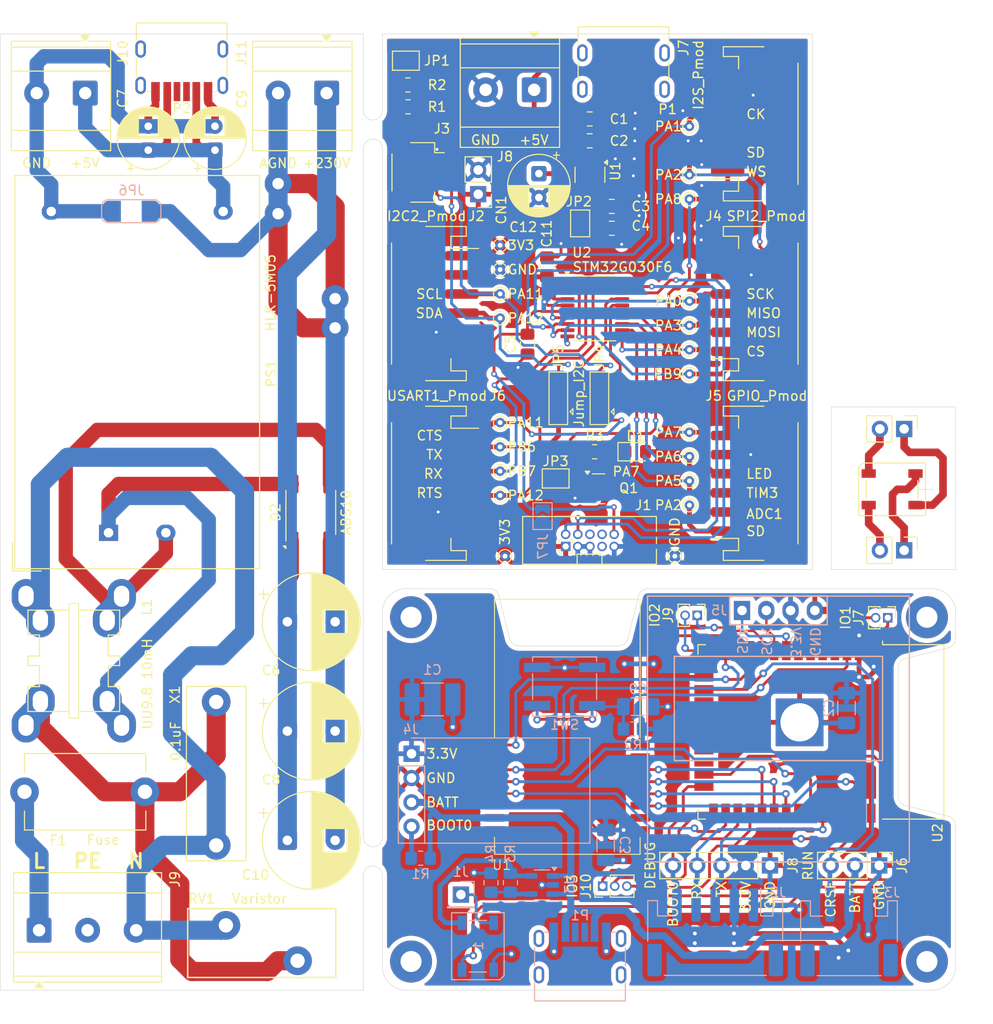
<source format=kicad_pcb>
(kicad_pcb (version 20241229) (generator "pcbnew") (generator_version "9.0")
  (layers (0 "F.Cu" signal) (2 "B.Cu" signal) (13 "F.Paste" user) (15 "B.Paste" user) (5 "F.SilkS" user "F.Silkscreen") (7 "B.SilkS" user "B.Silkscreen") (1 "F.Mask" user) (3 "B.Mask" user) (25 "Edge.Cuts" user))
  (net 0 "")
  (net 1 "+5V")
  (net 2 "GND")
  (net 3 "+3.3V")
  (net 4 "/MCU/NRST")
  (net 5 "/High Voltage/DC+230V")
  (net 6 "/High Voltage/DC-AGND")
  (net 7 "/MCU/LED")
  (net 8 "/High Voltage/TOUT_L")
  (net 9 "/High Voltage/TOUT_N")
  (net 10 "/MCU/SWDIO")
  (net 12 "/MCU/SWO")
  (net 13 "/MCU/SWCLK")
  (net 15 "/MCU/I2C2_SCL")
  (net 18 "/MCU/I2C2_SDA")
  (net 19 "/MCU/SPI2_SCK")
  (net 20 "/MCU/SPI2_MOSI")
  (net 21 "/MCU/SPI2_CS")
  (net 22 "/MCU/SPI2_MISO")
  (net 23 "/MCU/I2S1_SD")
  (net 24 "/MCU/GPIO_PA7")
  (net 25 "/MCU/GPIO_ADC1_IN5")
  (net 26 "/MCU/GPIO_TIM3_CH1")
  (net 27 "/MCU/USART1_RTS")
  (net 28 "/MCU/USART1_RX")
  (net 29 "/MCU/USART1_TX")
  (net 30 "/MCU/USART1_CTS")
  (net 32 "/MCU/I2S1_WS")
  (net 33 "/MCU/I2S1_CK")
  (net 34 "/High Voltage/PE")
  (net 35 "/High Voltage/L")
  (net 36 "/High Voltage/N")
  (net 37 "/High Voltage/DC+5V")
  (net 38 "/High Voltage/DC-GND")
  (net 39 "Net-(JP1-A)")
  (net 40 "/MCU/FETG")
  (net 41 "/MCU/I2C2_SCL_UART1_CTS")
  (net 42 "/MCU/I2C2_SDA_UART1_RTS")
  (net 43 "/High Voltage/TIN_L")
  (net 58 "/MCU/FETD")
  (net 59 "/E28_TX_EN")
  (net 60 "/Addition/OUT")
  (net 61 "/Addition/IN")
  (net 62 "Net-(U3-ADJ)")
  (net 63 "/EN")
  (net 65 "Net-(J4-Pin_4)")
  (net 66 "/IO16")
  (net 67 "/E28_DIO1")
  (net 69 "/IO17")
  (net 70 "/E28_SCK_RTS")
  (net 71 "/IO22")
  (net 75 "/E28_BUSY")
  (net 76 "/IO12")
  (net 77 "/LED_RGB")
  (net 79 "/IO25")
  (net 80 "/E28_DIO2")
  (net 81 "/IO34")
  (net 82 "/E28_NRESET")
  (net 83 "/E28_RX_EN")
  (net 84 "/E28_MISO_TX")
  (net 86 "/E28_NSS_CTS")
  (net 89 "/IO35")
  (net 90 "/E28_MISO_RX")
  (net 92 "/CRSF_RX_TX")
  (net 93 "+BATT")
  (net 94 "/ESP32_TX")
  (net 95 "/ESP32_RX")
  (net 96 "/ESP32_BOOT0")
  (net 97 "/OLED_SDA")
  (net 98 "/OLED_SCK")
  (net 99 "Net-(D1-DOUT)")
  (footprint "Jumper:SolderJumper-2_P1.3mm_Open_TrianglePad1.0x1.5mm" (layer "F.Cu") (at 110.701 59.812 -90)
    (property "Reference" "JP2")
    (property "Value" "Jump_LDO")
  )
  (footprint "elrs_tx_full:E28-2G4M27S" (layer "F.Cu") (at 109.3548 113.0876)
    (property "Reference" "U1")
    (property "Value" "E28-2G4M27S-MY" (hide yes))
  )
  (footprint "Jumper:SolderJumper-2_P1.3mm_Open_TrianglePad1.0x1.5mm" (layer "F.Cu") (at 108.134 86.482)
    (property "Reference" "JP3")
    (property "Value" "Jump_LED")
  )
  (footprint "Capacitor_THT:CP_Radial_D10.0mm_P5.00mm" (layer "F.Cu") (at 80.052 124.328)
    (property "Reference" "C10")
    (property "Value" "6.8uF")
  )
  (footprint "Package_SO:TSSOP-20_4.4x6.5mm_P0.65mm" (layer "F.Cu") (at 112.23 68.702)
    (property "Reference" "U2")
    (property "Value" "STM32G030F6")
  )
  (footprint "zhaw:TestPoint_THTPad_D1.0mm_Drill0.5mm_narrow" (layer "F.Cu") (at 122.136 86.736 -90)
    (property "Reference" "TP5" (hide yes))
    (property "Value" "PA5")
  )
  (footprint "zhaw:TestPoint_THTPad_D1.0mm_Drill0.5mm_narrow" (layer "F.Cu") (at 122.136 73.02 -90)
    (property "Reference" "TP4" (hide yes))
    (property "Value" "PA4")
  )
  (footprint "zhaw:TestPoint_THTPad_D1.0mm_Drill0.5mm_narrow" (layer "F.Cu") (at 120.612 94.61 90)
    (property "Reference" "TP15" (hide yes))
    (property "Value" "GND")
  )
  (footprint "TerminalBlock_Phoenix:TerminalBlock_Phoenix_MKDS-3-2-5.08_1x02_P5.08mm_Horizontal" (layer "F.Cu") (at 105.885 45.842 180)
    (property "Reference" "J8")
    (property "Value" "Input_5V")
  )
  (footprint "Connector_JST:JST_SH_SM04B-SRSS-TB_1x04-1MP_P1.00mm_Horizontal" (layer "F.Cu") (at 93.688 54.478 -90)
    (property "Reference" "J3")
    (property "Value" "I2C2_Qwiic")
  )
  (footprint "LED_SMD:LED_WS2812B_PLCC4_5.0x5.0mm_P3.2mm" (layer "F.Cu") (at 143.35 87.618 180)
    (property "Reference" "D3")
    (property "Value" "WS2812B")
  )
  (footprint "TerminalBlock_Phoenix:TerminalBlock_Phoenix_MKDS-3-3-5.08_1x03_P5.08mm_Horizontal" (layer "F.Cu") (at 54.064 133.726)
    (property "Reference" "J9")
    (property "Value" "AC-Input-230V")
  )
  (footprint "Connector_JST:JST_PH_S6B-PH-SM4-TB_1x06-1MP_P2.00mm_Horizontal" (layer "F.Cu") (at 128.994 49.398 90)
    (property "Reference" "J7")
    (property "Value" "I2S_Pmod")
  )
  (footprint "zhaw:TestPoint_THTPad_D1.0mm_Drill0.5mm_narrow" (layer "F.Cu") (at 102.324 69.718 90)
    (property "Reference" "TP10a1" (hide yes))
    (property "Value" "PA12")
  )
  (footprint "Resistor_SMD:R_0805_2012Metric_Pad1.20x1.40mm_HandSolder" (layer "F.Cu") (at 92.688 47.62)
    (property "Reference" "R1")
    (property "Value" "2.2k")
  )
  (footprint "Capacitor_THT:CP_Radial_D6.3mm_P2.50mm" (layer "F.Cu") (at 106.383 54.605 -90)
    (property "Reference" "C12")
    (property "Value" "220uF")
  )
  (footprint "Connector_JST:JST_PH_S6B-PH-SM4-TB_1x06-1MP_P2.00mm_Horizontal" (layer "F.Cu") (at 95.466 86.99 -90)
    (property "Reference" "J6")
    (property "Value" "USART1_Pmod")
  )
  (footprint "zhaw:Fuse_Cylinder_3.6x10mm_Horizontal" (layer "F.Cu") (at 52.54 119.248)
    (property "Reference" "F1")
    (property "Value" "Fuse")
  )
  (footprint "Package_TO_SOT_SMD:SOT-23-5" (layer "F.Cu") (at 111.722 54.732 -90)
    (property "Reference" "U1")
    (property "Value" "TLV75533PDBV")
  )
  (footprint "MountingHole:MountingHole_2.2mm_M2_Pad" (layer "F.Cu") (at 147 101)
    (property "Reference" "H3" (hide yes))
    (property "Value" "MountingHole" (hide yes))
  )
  (footprint "zhaw:TestPoint_THTPad_D1.0mm_Drill0.5mm_narrow" (layer "F.Cu") (at 122.136 84.196 -90)
    (property "Reference" "TP6" (hide yes))
    (property "Value" "PA6")
  )
  (footprint "Connector_PinHeader_2.54mm:PinHeader_1x02_P2.54mm_Vertical" (layer "F.Cu") (at 144.61 94 -90)
    (property "Reference" "J13")
    (property "Value" "D")
  )
  (footprint "Capacitor_SMD:C_0805_2012Metric_Pad1.18x1.45mm_HandSolder" (layer "F.Cu") (at 105.1892 72.4358 90)
    (property "Reference" "C5")
    (property "Value" "100nF")
  )
  (footprint "zhaw:SWD_2x05_P1.27mm" (layer "F.Cu") (at 109.182 93.594 90)
    (property "Reference" "J1")
    (property "Value" "SWD")
  )
  (footprint "Capacitor_THT:CP_Radial_D6.3mm_P2.50mm" (layer "F.Cu") (at 72.479 52.152 90)
    (property "Reference" "C9")
    (property "Value" "220uF")
  )
  (footprint "MountingHole:MountingHole_2.2mm_M2_Pad" (layer "F.Cu") (at 93 101)
    (property "Reference" "H1" (hide yes))
    (property "Value" "MountingHole" (hide yes))
  )
  (footprint "zhaw:TestPoint_THTPad_D1.0mm_Drill0.5mm_narrow" (layer "F.Cu") (at 102.324 83.18 90)
    (property "Reference" "TP9" (hide yes))
    (property "Value" "PB6")
  )
  (footprint "Capacitor_THT:C_Rect_L18.0mm_W6.0mm_P15.00mm_FKS3_FKP3" (layer "F.Cu") (at 72.606 109.85 -90)
    (property "Reference" "X1")
    (property "Value" "0.1uF")
  )
  (footprint "Capacitor_SMD:C_0805_2012Metric_Pad1.18x1.45mm_HandSolder" (layer "F.Cu") (at 114.008 60.32 180)
    (property "Reference" "C4")
    (property "Value" "10uF")
  )
  (footprint "Connector_PinHeader_1.27mm:PinHeader_1x02_P1.27mm_Vertical" (layer "F.Cu") (at 122.956 100.794 -90)
    (property "Reference" "J9")
    (property "Value" "IO2")
  )
  (footprint "zhaw:TestPoint_THTPad_D1.0mm_Drill0.5mm_narrow" (layer "F.Cu") (at 122.136 49.668 -90)
    (property "Reference" "TP2" (hide yes))
    (property "Value" "PA1")
  )
  (footprint "Capacitor_SMD:C_0805_2012Metric_Pad1.18x1.45mm_HandSolder" (layer "F.Cu") (at 107.2212 64.3625 -90)
    (property "Reference" "C11")
    (property "Value" "100nF")
  )
  (footprint "zhaw:TestPoint_THTPad_D1.0mm_Drill0.5mm_narrow" (layer "F.Cu") (at 122.136 89.276 -90)
    (property "Reference" "TP3b1" (hide yes))
    (property "Value" "PA2")
  )
  (footprint "Connector_JST:JST_PH_S6B-PH-SM4-TB_1x06-1MP_P2.00mm_Horizontal" (layer "F.Cu") (at 128.994 86.99 90)
    (property "Reference" "J5")
    (property "Value" "GPIO_Pmod")
  )
  (footprint "Capacitor_THT:CP_Radial_D10.0mm_P5.00mm" (layer "F.Cu") (at 80.052 101.468)
    (property "Reference" "C6")
    (property "Value" "6.8uF")
  )
  (footprint "Converter_ACDC:Converter_ACDC_Hi-Link_HLK-5Mxx" (layer "F.Cu") (at 61.3375 92.1625 90)
    (property "Reference" "PS1")
    (property "Value" "HLK-5M05")
  )
  (footprint "Connector_PinHeader_2.54mm:PinHeader_1x03_P2.54mm_Vertical" (layer "F.Cu") (at 142.006 126.956 -90)
    (property "Reference" "J6")
    (property "Value" "RUN")
  )
  (footprint "Jumper:SolderJumper-3_P2.0mm_Open_TrianglePad1.0x1.5mm" (layer "F.Cu") (at 112.738 78.1 90)
    (property "Reference" "JP4")
    (property "Value" "Jump_I2C")
  )
  (footprint "MountingHole:MountingHole_2.2mm_M2_Pad" (layer "F.Cu") (at 147 137)
    (property "Reference" "H4" (hide yes))
    (property "Value" "MountingHole" (hide yes))
  )
  (footprint "elrs_tx_full:ESP32-WROOM-32_zhaw" (layer "F.Cu") (at 132.91 112.986 -90)
    (property "Reference" "U2")
    (property "Value" "ESP32-WROOM-32-MY")
  )
  (footprint "zhaw:TestPoint_THTPad_D1.0mm_Drill0.5mm_narrow" (layer "F.Cu") (at 102.324 62.098)
    (property "Reference" "TP12" (hide yes))
    (property "Value" "3V3")
  )
  (footprint "zhaw:TestPoint_THTPad_D1.0mm_Drill0.5mm_narrow" (layer "F.Cu") (at 102.832 94.61 -90)
    (property "Reference" "TP13" (hide yes))
    (property "Value" "3V3")
  )
  (footprint "zhaw:TestPoint_THTPad_D1.0mm_Drill0.5mm_narrow" (layer "F.Cu") (at 122.136 81.656 -90)
    (property "Reference" "TP7" (hide yes))
    (property "Value" "PA7")
  )
  (footprint "Connector_JST:JST_PH_S6B-PH-SM4-TB_1x06-1MP_P2.00mm_Horizontal" (layer "F.Cu") (at 128.994 68.194 90)
    (property "Reference" "J4")
    (property "Value" "SPI2_Pmod")
  )
  (footprint "zhaw:TestPoint_THTPad_D1.0mm_Drill0.5mm_narrow" (layer "F.Cu") (at 102.324 80.64 90)
    (property "Reference" "TP9b1" (hide yes))
    (property "Value" "PA11")
  )
  (footprint "Capacitor_SMD:C_0805_2012Metric_Pad1.18x1.45mm_HandSolder" (layer "F.Cu") (at 111.7005 51.176 180)
    (property "Reference" "C2")
    (property "Value" "100nF")
  )
  (footprint "Capacitor_SMD:C_0805_2012Metric_Pad1.18x1.45mm_HandSolder" (layer "F.Cu") (at 114.008 58.034 180)
    (property "Reference" "C3")
    (property "Value" "100nF")
  )
  (footprint "zhaw:USB_C_DEALON_009" (layer "F.Cu") (at 115.234 46.0855 180)
    (property "Reference" "P1")
    (property "Value" "USB_C_Plug_USB2.0")
  )
  (footprint "Connector_PinHeader_1.27mm:PinHeader_1x03_P1.27mm_Vertical" (layer "F.Cu") (at 113.05 129.115 90)
    (property "Reference" "J10")
    (property "Value" "IO3")
  )
  (footprint "Jumper:SolderJumper-3_P2.0mm_Open_TrianglePad1.0x1.5mm" (layer "F.Cu") (at 108.4404 78.1 90)
    (property "Reference" "JP5")
    (property "Value" "Jump_I2C")
  )
  (footprint "zhaw:TestPoint_THTPad_D1.0mm_Drill0.5mm_narrow" (layer "F.Cu") (at 122.136 75.56 -90)
    (property "Reference" "TP11" (hide yes))
    (property "Value" "PB9")
  )
  (footprint "Capacitor_THT:CP_Radial_D10.0mm_P5.00mm" (layer "F.Cu") (at 80.052 112.898)
    (property "Reference" "C8")
    (property "Value" "6.8uF")
  )
  (footprint "zhaw:TestPoint_THTPad_D1.0mm_Drill0.5mm_narrow" (layer "F.Cu") (at 122.136 70.48 -90)
    (property "Reference" "TP3" (hide yes))
    (property "Value" "PA3")
  )
  (footprint "zhaw:TestPoint_THTPad_D1.0mm_Drill0.5mm_narrow" (layer "F.Cu") (at 102.324 67.178 90)
    (property "Reference" "TP9a1" (hide yes))
    (property "Value" "PA11")
  )
  (footprint "Package_TO_SOT_SMD:SOT-23" (layer "F.Cu") (at 112.6275 87.564)
    (property "Reference" "Q1")
    (property "Value" "BSS138")
  )
  (footprint "zhaw:USB_C_DEALON_009" (layer "F.Cu") (at 68.9992 45.6791 180)
    (property "Reference" "P2")
    (property "Value" "USB_C_Plug_USB2.0")
  )
  (footprint "zhaw:TestPoint_THTPad_D1.0mm_Drill0.5mm_narrow" (layer "F.Cu") (at 122.136 54.732 -90)
    (property "Reference" "TP3a1" (hide yes))
    (property "Value" "PA2")
  )
  (footprint "Capacitor_SMD:C_0805_2012Metric_Pad1.18x1.45mm_HandSolder" (layer "F.Cu") (at 111.7005 48.89 180)
    (property "Reference" "C1")
    (property "Value" "10uF")
  )
  (footprint "zhaw:TestPoint_THTPad_D1.0mm_Drill0.5mm_narrow" (layer "F.Cu") (at 102.324 88.26 90)
    (property "Reference" "TP10b1" (hide yes))
    (property "Value" "PA12")
  )
  (footprint "Resistor_SMD:R_0805_2012Metric_Pad1.20x1.40mm_HandSolder" (layer "F.Cu") (at 92.672 45.334)
    (property "Reference" "R2")
    (property "Value" "2.2k")
  )
  (footprint "Connector_PinHeader_2.54mm:PinHeader_1x02_P2.54mm_Vertical" (layer "F.Cu") (at 144.61 81.3 -90)
    (property "Reference" "J14")
    (property "Value" "V")
  )
  (footprint "Connector_PinHeader_1.27mm:PinHeader_1x02_P1.27mm_Vertical" (layer "F.Cu") (at 142.895 101.048 -90)
    (property "Reference" "J7")
    (property "Value" "IO1")
  )
  (footprint "Varistor:RV_Disc_D15.5mm_W7.2mm_P7.5mm" (layer "F.Cu") (at 81.122 136.918 180)
    (property "Reference" "RV1")
    (property "Value" "Varistor")
  )
  (footprint "Resistor_SMD:R_0805_2012Metric_Pad1.20x1.40mm_HandSolder" (layer "F.Cu") (at 112.214 83.688)
    (property "Reference" "R3")
    (property "Value" "R")
  )
  (footprint "MountingHole:MountingHole_2.2mm_M2_Pad" (layer "F.Cu") (at 93 137)
    (property "Reference" "H2" (hide yes))
    (property "Value" "MountingHole" (hide yes))
  )
  (footprint "Diode_SMD:Diode_Bridge_Diotec_ABS" (layer "F.Cu") (at 82.512 90.038 90)
    (property "Reference" "D2")
    (property "Value" "ABS10")
  )
  (footprint "Connector_PinHeader_2.54mm:PinHeader_1x02_P2.54mm_Vertical" (layer "F.Cu") (at 100.033 56.764 180)
    (property "Reference" "CN1")
    (property "Value" "3.3V")
  )
  (footprint "zhaw:TestPoint_THTPad_D1.0mm_Drill0.5mm_narrow" (layer "F.Cu") (at 102.324 64.638)
    (property "Reference" "TP14" (hide yes))
    (property "Value" "GND")
  )
  (footprint "LED_SMD:LED_0805_2012Metric_Pad1.15x1.40mm_HandSolder" (layer "F.Cu") (at 116.516 83.688)
    (property "Reference" "D1")
    (property "Value" "LED")
  )
  (footprint "Connector_JST:JST_PH_S6B-PH-SM4-TB_1x06-1MP_P2.00mm_Horizontal" (layer "F.Cu") (at 95.466 68.194 -90)
    (property "Reference" "J2")
    (property "Value" "I2C2_Pmod")
  )
  (footprint "zhaw:L_CommonMode_UU9.8_UU10.5" (layer "F.Cu") (at 57.7 105.55 180)
    (property "Reference" "L1")
    (property "Value" "UU9.8 10mH")
  )
  (footprint "Jumper:SolderJumper-2_P1.3mm_Open_TrianglePad1.0x1.5mm" (layer "F.Cu") (at 92.455 42.794)
    (property "Reference" "JP1")
    (property "Value" "Jump_I2C2")
  )
  (footprint "zhaw:TestPoint_THTPad_D1.0mm_Drill0.5mm_narrow" (layer "F.Cu") (at 122.136 57.272 -90)
    (property "Reference" "TP8" (hide yes))
    (property "Value" "PA8")
  )
  (footprint "Capacitor_THT:CP_Radial_D6.3mm_P2.50mm" (layer "F.Cu") (at 65.494 52.152 90)
    (property "Reference" "C7")
    (property "Value" "220uF")
  )
  (footprint "Connector_PinHeader_2.54mm:PinHeader_1x05_P2.54mm_Vertical" (layer "F.Cu") (at 130.576 126.956 -90)
    (property "Reference" "J8")
    (property "Value" "DEBUG")
  )
  (footprint "TerminalBlock_Phoenix:TerminalBlock_Phoenix_MKDS-3-2-5.08_1x02_P5.08mm_Horizontal" (layer "F.Cu") (at 84.163 46.1825 180)
    (property "Reference" "J11")
    (property "Value" "DC-Output-230V")
  )
  (footprint "TerminalBlock_Phoenix:TerminalBlock_Phoenix_MKDS-3-2-5.08_1x02_P5.08mm_Horizontal" (layer "F.Cu") (at 58.895 46.1825 180)
    (property "Reference" "J10")
    (property "Value" "DC-Output-5V")
  )
  (footprint "zhaw:TestPoint_THTPad_D1.0mm_Drill0.5mm_narrow" (layer "F.Cu") (at 122.136 67.94 -90)
    (property "Reference" "TP1" (hide yes))
    (property "Value" "PA0")
  )
  (footprint "zhaw:TestPoint_THTPad_D1.0mm_Drill0.5mm_narrow" (layer "F.Cu") (at 102.324 85.72 90)
    (property "Reference" "TP10" (hide yes))
    (property "Value" "PB7")
  )
  (footprint "Resistor_SMD:R_0805_2012Metric_Pad1.20x1.40mm_HandSolder" (layer "B.Cu") (at 116.225 112.6812)
    (property "Reference" "R2")
    (property "Value" "10k")
  )
  (footprint "elrs_tx_full:USB_C_DEALON_009" (layer "B.Cu") (at 110.6804 134.286 180)
    (property "Reference" "P1")
    (property "Value" "USB_C_Plug_USB2.0")
  )
  (footprint "zhaw:SolderJumper-2" (layer "B.Cu") (at 63.716 58.542 180)
    (property "Reference" "JP6")
    (property "Value" "Jump-")
  )
  (footprint "Capacitor_SMD:C_1206_3216Metric_Pad1.33x1.80mm_HandSolder" (layer "B.Cu") (at 116.7715 110.3444)
    (property "Reference" "C9")
    (property "Value" "10uF")
  )
  (footprint "elrs_tx_full:DC_DC_20x11" (layer "B.Cu") (at 93.048 115.272 180)
    (property "Reference" "J4")
    (property "Value" "DC_DC")
  )
  (footprint "LED_SMD:LED_WS2812B_PLCC4_5.0x5.0mm_P3.2mm" (layer "B.Cu") (at 99.9954 135.4004 -90)
    (property "Reference" "D1" (hide yes))
    (property "Value" "WS2812B")
  )
  (footprint "Capacitor_SMD:C_1206_3216Metric_Pad1.33x1.80mm_HandSolder" (layer "B.Cu") (at 113.368 124.8101 -90)
    (property "Reference" "C3")
    (property "Value" "10uF")
  )
  (footprint "elrs_tx_full:OLED_27.3x27.8mm_no_holes" (layer "B.Cu") (at 131.4528 100.286 180)
    (property "Reference" "J5")
    (property "Value" "OLED_I2C")
  )
  (footprint "Connector_PinHeader_2.54mm:PinHeader_1x01_P2.54mm_Vertical" (layer "B.Cu") (at 98.2164 130.004 180)
    (property "Reference" "J1")
    (property "Value" "LED Chain")
  )
  (footprint "Capacitor_SMD:C_1206_3216Metric_Pad1.33x1.80mm_HandSolder" (layer "B.Cu") (at 138.577 110.4968 -90)
    (property "Reference" "C2")
    (property "Value" "10uF")
  )
  (footprint "Resistor_SMD:R_0805_2012Metric_Pad1.20x1.40mm_HandSolder" (layer "B.Cu") (at 94 126.194)
    (property "Reference" "R1")
    (property "Value" "10k")
  )
  (footprint "Resistor_SMD:R_0805_2012Metric_Pad1.20x1.40mm_HandSolder" (layer "B.Cu") (at 101.366 128.75 90)
    (property "Reference" "R4")
    (property "Value" "22k")
  )
  (footprint "Package_TO_SOT_SMD:SOT-23-5" (layer "B.Cu") (at 106.7 128.988 180)
    (property "Reference" "U3")
    (property "Value" "SPX3819M5-L")
  )
  (footprint "Connector_JST:JST_PH_S3B-PH-SM4-TB_1x03-1MP_P2.00mm_Horizontal" (layer "B.Cu") (at 138.8376 133.962 180)
    (property "Reference" "J3")
    (property "Value" "RUN")
  )
  (footprint "Button_Switch_SMD:SW_SPST_EVQP0" (layer "B.Cu") (at 109.072 108.2428 180)
    (property "Reference" "SW1")
    (property "Value" "RESET")
  )
  (footprint "Capacitor_SMD:C_1812_4532Metric_Pad1.57x3.40mm_HandSolder" (layer "B.Cu") (at 95.2363 109.5902)
    (property "Reference" "C1")
    (property "Value" "10uF")
  )
  (footprint "Resistor_SMD:R_0805_2012Metric_Pad1.20x1.40mm_HandSolder" (layer "B.Cu") (at 103.398 128.75 -90)
    (property "Reference" "R3")
    (property "Value" "56k")
  )
  (footprint "Connector_JST:JST_PH_S5B-PH-SM4-TB_1x05-1MP_P2.00mm_Horizontal" (layer "B.Cu") (at 124.8356 133.941 180)
    (property "Reference" "J2")
    (property "Value" "DEBUG")
  )
  (footprint "Jumper:SolderJumper-2_P1.3mm_Open_TrianglePad1.0x1.5mm" (layer "B.Cu") (at 106.764 90.419 90)
    (property "Reference" "JP7")
    (property "Value" "Jump_NRST")
  )
  (gr_arc (start 150 137.5) (mid 149.267767 139.267767) (end 147.5 140) (stroke (width 0.05)) (layer "Edge.Cuts"))
  (gr_line (start 90 96) (end 135 96) (stroke (width 0.05)) (layer "Edge.Cuts"))
  (gr_line (start 50 40) (end 88 40) (stroke (width 0.05)) (layer "Edge.Cuts"))
  (gr_line (start 135 40) (end 135 96) (stroke (width 0.05)) (layer "Edge.Cuts"))
  (gr_line (start 137 96) (end 150 96) (stroke (width 0.05)) (layer "Edge.Cuts"))
  (gr_arc (start 90 100.5) (mid 90.732233 98.732233) (end 92.5 98) (stroke (width 0.05)) (layer "Edge.Cuts"))
  (gr_arc (start 88 52) (mid 89 51) (end 90 52) (stroke (width 0.05)) (layer "Edge.Cuts"))
  (gr_line (start 50 140) (end 50 40) (stroke (width 0.05)) (layer "Edge.Cuts"))
  (gr_line (start 90 52) (end 90 96) (stroke (width 0.05)) (layer "Edge.Cuts"))
  (gr_line (start 90 124) (end 90 100.5) (stroke (width 0.05)) (layer "Edge.Cuts"))
  (gr_line (start 150 103.219224) (end 150 100.5) (stroke (width 0.05)) (layer "Edge.Cuts"))
  (gr_arc (start 101.219224 98) (mid 101.834636 98.211794) (end 102.189366 98.757464) (stroke (width 0.05)) (layer "Edge.Cuts"))
  (gr_arc (start 92.5 140) (mid 90.732233 139.267767) (end 90 137.5) (stroke (width 0.05)) (layer "Edge.Cuts"))
  (gr_line (start 144 106.280776) (end 144 119.719224) (stroke (width 0.05)) (layer "Edge.Cuts"))
  (gr_arc (start 144 106.280776) (mid 144.211804 105.665376) (end 144.757464 105.310634) (stroke (width 0.05)) (layer "Edge.Cuts"))
  (gr_arc (start 88 128) (mid 89 127) (end 90 128) (stroke (width 0.05)) (layer "Edge.Cuts"))
  (gr_line (start 117.780776 98) (end 147.5 98) (stroke (width 0.05)) (layer "Edge.Cuts"))
  (gr_arc (start 149.242536 121.810634) (mid 149.788214 122.165362) (end 150 122.780776) (stroke (width 0.05)) (layer "Edge.Cuts"))
  (gr_arc (start 147.5 98) (mid 149.267767 98.732233) (end 150 100.5) (stroke (width 0.05)) (layer "Edge.Cuts"))
  (gr_line (start 146.19 87.618) (end 147.714 87.618) (stroke (width 0.05)) (layer "Edge.Cuts"))
  (gr_line (start 104.280776 104) (end 114.719224 104) (stroke (width 0.05)) (layer "Edge.Cuts"))
  (gr_line (start 147.5 140) (end 92.5 140) (stroke (width 0.05)) (layer "Edge.Cuts"))
  (gr_line (start 150 96) (end 150 79) (stroke (width 0.05)) (layer "Edge.Cuts"))
  (gr_line (start 92.5 98) (end 101.219224 98) (stroke (width 0.05)) (layer "Edge.Cuts"))
  (gr_line (start 90 137.5) (end 90 128) (stroke (width 0.05)) (layer "Edge.Cuts"))
  (gr_arc (start 90 48) (mid 89 49) (end 88 48) (stroke (width 0.05)) (layer "Edge.Cuts"))
  (gr_arc (start 150 103.219224) (mid 149.788196 103.834624) (end 149.242536 104.189366) (stroke (width 0.05)) (layer "Edge.Cuts"))
  (gr_arc (start 90 124) (mid 89 125) (end 88 124) (stroke (width 0.05)) (layer "Edge.Cuts"))
  (gr_line (start 144.757464 120.689366) (end 149.242536 121.810634) (stroke (width 0.05)) (layer "Edge.Cuts"))
  (gr_line (start 90 40) (end 135 40) (stroke (width 0.05)) (layer "Edge.Cuts"))
  (gr_line (start 102.189366 98.757464) (end 103.310634 103.242536) (stroke (width 0.05)) (layer "Edge.Cuts"))
  (gr_arc (start 115.689366 103.242536) (mid 115.334638 103.788214) (end 114.719224 104) (stroke (width 0.05)) (layer "Edge.Cuts"))
  (gr_arc (start 104.280776 104) (mid 103.665376 103.788196) (end 103.310634 103.242536) (stroke (width 0.05)) (layer "Edge.Cuts"))
  (gr_line (start 88 140) (end 50 140) (stroke (width 0.05)) (layer "Edge.Cuts"))
  (gr_line (start 150 79) (end 137 79) (stroke (width 0.05)) (layer "Edge.Cuts"))
  (gr_arc (start 88 49) (mid 88 49) (end 88 49) (stroke (width 0.05)) (layer "Edge.Cuts"))
  (gr_line (start 137 79) (end 137 96) (stroke (width 0.05)) (layer "Edge.Cuts"))
  (gr_line (start 150 122.780776) (end 150 137.5) (stroke (width 0.05)) (layer "Edge.Cuts"))
  (gr_arc (start 116.810634 98.757464) (mid 117.165362 98.211786) (end 117.780776 98) (stroke (width 0.05)) (layer "Edge.Cuts"))
  (gr_line (start 149.242536 104.189366) (end 144.757464 105.310634) (stroke (width 0.05)) (layer "Edge.Cuts"))
  (gr_line (start 88 40) (end 88 48) (stroke (width 0.05)) (layer "Edge.Cuts"))
  (gr_line (start 90 48) (end 90 40) (stroke (width 0.05)) (layer "Edge.Cuts"))
  (gr_line (start 88 128) (end 88 140) (stroke (width 0.05)) (layer "Edge.Cuts"))
  (gr_arc (start 144.757464 120.689366) (mid 144.211786 120.334638) (end 144 119.719224) (stroke (width 0.05)) (layer "Edge.Cuts"))
  (gr_line (start 115.689366 103.242536) (end 116.810634 98.757464) (stroke (width 0.05)) (layer "Edge.Cuts"))
  (gr_line (start 88 124) (end 88 52) (stroke (width 0.05)) (layer "Edge.Cuts"))
  (gr_text "RX" (at 96.4 86 0) (layer "F.SilkS") (effects (font (size 1 1)) (justify right)))
  (gr_text "MISO" (at 128 69.2 0) (layer "F.SilkS") (effects (font (size 1 1)) (justify left)))
  (gr_text "CRSF" (at 136.926 128.48 90) (layer "F.SilkS") (effects (font (size 1 1)) (justify right)))
  (gr_text "RX" (at 122.956 128.48 90) (layer "F.SilkS") (effects (font (size 1 1)) (justify right)))
  (gr_text "+230V" (at 84.163 54.097 0) (layer "F.SilkS") (effects (font (size 1 1)) (justify bottom)))
  (gr_text "MOSI" (at 128 71.2 0) (layer "F.SilkS") (effects (font (size 1 1)) (justify left)))
  (gr_text "LED" (at 128 86 0) (layer "F.SilkS") (effects (font (size 1 1)) (justify left)))
  (gr_text "GND" (at 53.81 54.097 0) (layer "F.SilkS") (effects (font (size 1 1)) (justify bottom)))
  (gr_text "SCL" (at 96.4 67.2 0) (layer "F.SilkS") (effects (font (size 1 1)) (justify right)))
  (gr_text "TX" (at 96.4 84 0) (layer "F.SilkS") (effects (font (size 1 1)) (justify right)))
  (gr_text "RTS" (at 96.4 88 0) (layer "F.SilkS") (effects (font (size 1 1)) (justify right)))
  (gr_text "WS" (at 128 54.4 0) (layer "F.SilkS") (effects (font (size 1 1)) (justify left)))
  (gr_text "SDA" (at 96.4 69.2 0) (layer "F.SilkS") (effects (font (size 1 1)) (justify right)))
  (gr_text "BOOT0" (at 94.508 122.765 0) (layer "F.SilkS") (effects (font (size 1 1)) (justify left)))
  (gr_text "+5V" (at 105.875 51.684 0) (layer "F.SilkS") (effects (font (size 1 1)) (justify bottom)))
  (gr_text "CK" (at 128 48.4 0) (layer "F.SilkS") (effects (font (size 1 1)) (justify left)))
  (gr_text "GND" (at 142.006 128.48 90) (layer "F.SilkS") (effects (font (size 1 1)) (justify right)))
  (gr_text "WS" (at 128 54.4 0) (layer "F.SilkS") (effects (font (size 1 1)) (justify left)))
  (gr_text "CTS" (at 96.4 82 0) (layer "F.SilkS") (effects (font (size 1 1)) (justify right)))
  (gr_text "GND" (at 130.576 128.48 90) (layer "F.SilkS") (effects (font (size 1 1)) (justify right)))
  (gr_text "SD" (at 128 52.4 0) (layer "F.SilkS") (effects (font (size 1 1)) (justify left)))
  (gr_text "PE" (at 59.139 127.376 0) (layer "F.SilkS") (effects (font (size 1.5 1.5) (thickness 0.3) (bold yes)) (justify bottom)))
  (gr_text "GND" (at 100.795 51.684 0) (layer "F.SilkS") (effects (font (size 1 1)) (justify bottom)))
  (gr_text "TX" (at 125.496 128.48 90) (layer "F.SilkS") (effects (font (size 1 1)) (justify right)))
  (gr_text "N" (at 64.219 127.376 0) (layer "F.SilkS") (effects (font (size 1.5 1.5) (thickness 0.3) (bold yes)) (justify bottom)))
  (gr_text "BATT" (at 94.508 120.352 0) (layer "F.SilkS") (effects (font (size 1 1)) (justify left)))
  (gr_text "SD" (at 128 92 0) (layer "F.SilkS") (effects (font (size 1 1)) (justify left)))
  (gr_text "+5V" (at 58.89 54.097 0) (layer "F.SilkS") (effects (font (size 1 1)) (justify bottom)))
  (gr_text "BOOT0" (at 120.416 128.48 90) (layer "F.SilkS") (effects (font (size 1 1)) (justify right)))
  (gr_text "ADC1" (at 128 90.2 0) (layer "F.SilkS") (effects (font (size 1 1)) (justify left)))
  (gr_text "TIM3" (at 128 88 0) (layer "F.SilkS") (effects (font (size 1 1)) (justify left)))
  (gr_text "L" (at 54.059 127.376 0) (layer "F.SilkS") (effects (font (size 1.5 1.5) (thickness 0.3) (bold yes)) (justify bottom)))
  (gr_text "CS" (at 128 73.2 0) (layer "F.SilkS") (effects (font (size 1 1)) (justify left)))
  (gr_text "GND" (at 94.508 117.812 0) (layer "F.SilkS") (effects (font (size 1 1)) (justify left)))
  (gr_text "PA7" (at 114.003 86.355 0) (layer "F.SilkS") (effects (font (size 1 1)) (justify left bottom)))
  (gr_text "BATT" (at 139.466 128.48 90) (layer "F.SilkS") (effects (font (size 1 1)) (justify right)))
  (gr_text "3.3V" (at 128.036 128.48 90) (layer "F.SilkS") (effects (font (size 1 1)) (justify right)))
  (gr_text "3.3V" (at 94.508 115.272 0) (layer "F.SilkS") (effects (font (size 1 1)) (justify left)))
  (gr_text "AGND" (at 79.083 54.097 0) (layer "F.SilkS") (effects (font (size 1 1)) (justify bottom)))
  (gr_text "SCK" (at 128 67.2 0) (layer "F.SilkS") (effects (font (size 1 1)) (justify left)))
  (gr_text "3.3V" (at 133.243 101.937 270) (layer "B.SilkS") (effects (font (size 1 1)) (justify right mirror)))
  (gr_text "SDA" (at 127.655 101.937 270) (layer "B.SilkS") (effects (font (size 1 1)) (justify right mirror)))
  (gr_text "GND" (at 135.275 101.937 270) (layer "B.SilkS") (effects (font (size 1 1)) (justify right mirror)))
  (gr_text "SCK" (at 130.195 101.937 270) (layer "B.SilkS") (effects (font (size 1 1)) (justify right mirror)))
  (segment (start 148.6792 88.1768) (end 148.6792 84.3668) (width 0.8) (layer "F.Cu") (net 1))
  (segment (start 115.786 43.81) (end 112.992 43.81) (width 0.5) (layer "F.Cu") (net 1))
  (segment (start 112.23 52.446) (end 111.092 52.446) (width 0.5) (layer "F.Cu") (net 1))
  (segment (start 105.885 45.842) (end 105.885 47.879) (width 0.5) (layer "F.Cu") (net 1))
  (segment (start 108.542 55.367) (end 108.542 58.288) (width 0.5) (layer "F.Cu") (net 1))
  (segment (start 144.61 83.1932) (end 144.61 81.3) (width 0.8) (layer "F.Cu") (net 1))
  (segment (start 110.663 52.657) (end 110.772 52.766) (width 0.5) (layer "F.Cu") (net 1))
  (segment (start 106.383 54.605) (end 107.78 54.605) (width 0.5) (layer "F.Cu") (net 1))
  (segment (start 105.885 44.567) (end 106.642 43.81) (width 0.5) (layer "F.Cu") (net 1))
  (segment (start 145.174 83.7572) (end 144.61 83.1932) (width 0.8) (layer "F.Cu") (net 1))
  (segment (start 116.754 44.778) (end 115.786 43.81) (width 0.5) (layer "F.Cu") (net 1))
  (segment (start 109.341 59.087) (end 110.701 59.087) (width 0.5) (layer "F.Cu") (net 1))
  (segment (start 108.7905 53.5945) (end 110.772 53.5945) (width 0.5) (layer "F.Cu") (net 1))
  (segment (start 116.754 46.0855) (end 116.754 44.778) (width 0.5) (layer "F.Cu") (net 1))
  (segment (start 110.663 51.176) (end 110.663 48.89) (width 0.5) (layer "F.Cu") (net 1))
  (segment (start 112.672 53.5945) (end 112.672 52.888) (width 0.5) (layer "F.Cu") (net 1))
  (segment (start 107.78 54.605) (end 108.7905 53.5945) (width 0.5) (layer "F.Cu") (net 1))
  (segment (start 147.588 89.268) (end 148.6792 88.1768) (width 0.8) (layer "F.Cu") (net 1))
  (segment (start 148.6792 84.3668) (end 148.0696 83.7572) (width 0.8) (layer "F.Cu") (net 1))
  (segment (start 113.714 44.532) (end 113.714 46.0855) (width 0.5) (layer "F.Cu") (net 1))
  (segment (start 110.663 51.176) (end 110.663 52.657) (width 0.5) (layer "F.Cu") (net 1))
  (segment (start 110.772 52.766) (end 110.772 53.5945) (width 0.5) (layer "F.Cu") (net 1))
  (segment (start 148.0696 83.7572) (end 145.174 83.7572) (width 0.8) (layer "F.Cu") (net 1))
  (segment (start 108.542 58.288) (end 109.341 59.087) (width 0.5) (layer "F.Cu") (net 1))
  (segment (start 107.78 54.605) (end 108.542 55.367) (width 0.5) (layer "F.Cu") (net 1))
  (segment (start 106.896 48.89) (end 110.663 48.89) (width 0.5) (layer "F.Cu") (net 1))
  (segment (start 112.672 52.888) (end 112.23 52.446) (width 0.5) (layer "F.Cu") (net 1))
  (segment (start 105.885 47.879) (end 106.896 48.89) (width 0.5) (layer "F.Cu") (net 1))
  (segment (start 112.992 43.81) (end 113.714 44.532) (width 0.5) (layer "F.Cu") (net 1))
  (segment (start 105.885 45.842) (end 105.885 44.567) (width 0.5) (layer "F.Cu") (net 1))
  (segment (start 111.092 52.446) (end 110.772 52.766) (width 0.5) (layer "F.Cu") (net 1))
  (segment (start 145.8 89.268) (end 147.588 89.268) (width 0.8) (layer "F.Cu") (net 1))
  (segment (start 106.642 43.81) (end 112.992 43.81) (width 0.5) (layer "F.Cu") (net 1))
  (segment (start 103.686 128.038) (end 103.398 127.75) (width 0.5) (layer "B.Cu") (net 1))
  (segment (start 105.5625 128.038) (end 103.686 128.038) (width 0.5) (layer "B.Cu") (net 1))
  (segment (start 103.398 126.956) (end 102.89 126.448) (width 0.5) (layer "B.Cu") (net 1))
  (segment (start 103.398 127.75) (end 103.398 126.956) (width 0.5) (layer "B.Cu") (net 1))
  (segment (start 98.699 126.448) (end 96.032 129.115) (width 0.5) (layer "B.Cu") (net 1))
  (segment (start 96.6162 132.9504) (end 98.3454 132.9504) (width 0.5) (layer "B.Cu") (net 1))
  (segment (start 102.89 126.448) (end 98.699 126.448) (width 0.5) (layer "B.Cu") (net 1))
  (segment (start 96.032 129.115) (end 96.032 132.3662) (width 0.5) (layer "B.Cu") (net 1))
  (segment (start 96.032 132.3662) (end 96.6162 132.9504) (width 0.5) (layer "B.Cu") (net 1))
  (segment (start 128.6052 65.194) (end 128.608 65.1968) (width 0.5) (layer "F.Cu") (net 2))
  (segment (start 95.6416 71.194) (end 95.6388 71.1912) (width 0.5) (layer "F.Cu") (net 2))
  (segment (start 142.07 81.3) (end 142.07 82.8988) (width 0.8) (layer "F.Cu") (net 2))
  (segment (start 112.484 46.0855) (end 112.484 47.62) (width 0.5) (layer "F.Cu") (net 2))
  (segment (start 117.984 48.216) (end 117.984 46.0855) (width 0.5) (layer "F.Cu") (net 2))
  (segment (start 105.1892 73.4733) (end 104.1986 74.4639) (width 0.3) (layer "F.Cu") (net 2))
  (segment (start 117.31 48.89) (end 117.984 48.216) (width 0.5) (layer "F.Cu") (net 2))
  (segment (start 95.8448 89.99) (end 95.842 89.9872) (width 0.5) (layer "F.Cu") (net 2))
  (segment (start 135.2628 100.286) (end 137.053 100.286) (width 0.75) (layer "F.Cu") (net 2))
  (segment (start 111.722 53.5945) (end 111.722 54.478) (width 0.5) (layer "F.Cu") (net 2))
  (segment (start 112.738 48.89) (end 117.31 48.89) (width 0.5) (layer "F.Cu") (net 2))
  (segment (start 101.7348 115.6276) (end 106.1724 115.6276) (width 0.5) (layer "F.Cu") (net 2))
  (segment (start 140.9068 85.9612) (end 140.9 85.968) (width 0.8) (layer "F.Cu") (net 2))
  (segment (start 95.688 52.978) (end 95.688 52.092) (width 0.3) (layer "F.Cu") (net 2))
  (segment (start 113.5 51.938) (end 112.738 51.176) (width 0.5) (layer "F.Cu") (net 2))
  (segment (start 106.9672 68.0162) (end 107.328 68.377) (width 0.3) (layer "F.Cu") (net 2))
  (segment (start 142.07 82.8988) (end 140.9068 84.062) (width 0.8) (layer "F.Cu") (net 2))
  (segment (start 112.738 47.874) (end 112.738 48.89) (width 0.5) (layer "F.Cu") (net 2))
  (segment (start 114.4348 115.6276) (end 114.3332 115.7292) (width 0.5) (layer "F.Cu") (net 2))
  (segment (start 140.9068 84.062) (end 140.9068 85.9612) (width 0.8) (layer "F.Cu") (net 2))
  (segment (start 126.144 65.194) (end 128.6052 65.194) (width 0.5) (layer "F.Cu") (net 2))
  (segment (start 108.6944 62.987) (end 108.6944 61.9202) (width 0.3) (layer "F.Cu") (net 2))
  (segment (start 110.193 88.514) (end 110.1676 88.5394) (width 0.3) (layer "F.Cu") (net 2))
  (segment (start 98.316 89.99) (end 95.8448 89.99) (width 0.5) (layer "F.Cu") (net 2))
  (segment (start 99.6774 115.653) (end 99.652 115.6276) (width 0.5) (layer "F.Cu") (net 2))
  (segment (start 108.3564 63.325) (end 108.6944 62.987) (width 0.3) (layer "F.Cu") (net 2))
  (segment (start 115.0455 60.32) (end 115.0455 58.034) (width 0.5) (layer "F.Cu") (net 2))
  (segment (start 111.69 88.514) (end 110.193 88.514) (width 0.3) (layer "F.Cu") (net 2))
  (segment (start 115.273 122.003) (end 114.384 121.114) (width 0.5) (layer "F.Cu") (net 2))
  (segment (start 113.5 54.478) (end 113.5 51.938) (width 0.5) (layer "F.Cu") (net 2))
  (segment (start 126.144 46.398) (end 128.8084 46.398) (width 0.5) (layer "F.Cu") (net 2))
  (segment (start 109.0876 106.2804) (end 109.2908 106.4836) (width 0.3) (layer "F.Cu") (net 2))
  (segment (start 107.2212 63.325) (end 108.3564 63.325) (width 0.3) (layer "F.Cu") (net 2))
  (segment (start 107.328 68.377) (end 109.3675 68.377) (width 0.3) (layer "F.Cu") (net 2))
  (segment (start 128.5572 83.99) (end 126.144 83.99) (width 0.5) (layer "F.Cu") (net 2))
  (segment (start 111.976 54.732) (end 113.246 54.732) (width 0.5) (layer "F.Cu") (net 2))
  (segment (start 106.1724 115.6276) (end 106.2 115.6) (width 0.5) (layer "F.Cu") (net 2))
  (segment (start 112.484 47.62) (end 112.738 47.874) (width 0.5) (layer "F.Cu") (net 2))
  (segment (start 98.316 71.194) (end 95.6416 71.194) (width 0.5) (layer "F.Cu") (net 2))
  (segment (start 128.8084 46.398) (end 128.8112 46.4008) (width 0.5) (layer "F.Cu") (net 2))
  (segment (start 116.987 122.003) (end 115.273 122.003) (width 0.5) (layer "F.Cu") (net 2))
  (segment (start 115.0455 56.0235) (end 113.5 54.478) (width 0.5) (layer "F.Cu") (net 2))
  (segment (start 95.688 52.092) (end 95.715 52.065) (width 0.3) (layer "F.Cu") (net 2))
  (segment (start 101.747 115.653) (end 99.6774 115.653) (width 0.5) (layer "F.Cu") (net 2))
  (segment (start 111.722 54.478) (end 111.976 54.732) (width 0.5) (layer "F.Cu") (net 2))
  (segment (start 115.0455 58.034) (end 115.0455 56.0235) (width 0.5) (layer "F.Cu") (net 2))
  (segment (start 116.9748 115.6276) (end 114.4348 115.6276) (width 0.5) (layer "F.Cu") (net 2))
  (segment (start 104.1986 74.4639) (end 104.1986 74.8742) (width 0.3) (layer "F.Cu") (net 2))
  (segment (start 112.738 48.89) (end 112.738 51.176) (width 0.5) (layer "F.Cu") (net 2))
  (segment (start 116.987 122.003) (end 118.892 122.003) (width 0.5) (layer "F.Cu") (net 2))
  (segment (start 113.246 54.732) (end 113.5 54.478) (width 0.5) (layer "F.Cu") (net 2))
  (segment (start 116.987 115.653) (end 118.892 115.653) (width 0.5) (layer "F.Cu") (net 2))
  (via (at 95.842 89.9872) (size 0.6) (drill 0.3) (layers "F.Cu" "B.Cu") (net 2))
  (via (at 116.8732 56.9164) (size 0.6) (drill 0.3) (layers "F.Cu" "B.Cu") (net 2))
  (via (at 120.988 61.336) (size 0.6) (drill 0.3) (layers "F.Cu" "B.Cu") (net 2))
  (via (at 108.6944 61.9202) (size 0.6) (drill 0.3) (layers "F.Cu" "B.Cu") (net 2))
  (via (at 123.3756 51.176) (size 0.6) (drill 0.3) (layers "F.Cu" "B.Cu") (net 2))
  (via (at 106.7 128.988) (size 0.8) (drill 0.4) (layers "F.Cu" "B.Cu") (net 2))
  (via (at 95.6388 71.1912) (size 0.6) (drill 0.3) (layers "F.Cu" "B.Cu") (net 2))
  (via (at 121.4452 48.0264) (size 0.6) (drill 0.3) (layers "F.Cu" "B.Cu") (net 2))
  (via (at 116.2636 54.8336) (size 0.6) (drill 0.3) (layers "F.Cu" "B.Cu") (net 2))
  (via (at 116.4668 48.2804) (size 0.6) (drill 0.3) (layers "F.Cu" "B.Cu") (net 2))
  (via (at 115.336 105.874) (size 0.8) (drill 0.4) (layers "F.Cu" "B.Cu") (net 2))
  (via (at 110.1676 88.5394) (size 0.6) (drill 0.3) (layers "F.Cu" "B.Cu") (net 2))
  (via (at 128.608 65.1968) (size 0.6) (drill 0.3) (layers "F.Cu" "B.Cu") (net 2))
  (via (at 103.4996 136.1994) (size 0.8) (drill 0.4) (layers "F.Cu" "B.Cu") (net 2))
  (via (at 123.3756 61.5392) (size 0.6) (drill 0.3) (layers "F.Cu" "B.Cu") (net 2))
  (via (at 99.588 127.718) (size 0.8) (drill 0.4) (layers "F.Cu" "B.Cu") (net 2))
  (via (at 133.624 131.5788) (size 0.8) (drill 0.4) (layers "F.Cu" "B.Cu") (net 2))
  (via (at 115.0444 61.9964) (size 0.6) (drill 0.3) (layers "F.Cu" "B.Cu") (net 2))
  (via (at 118.384 105.874) (size 0.8) (drill 0.4) (layers "F.Cu" "B.Cu") (net 2))
  (via (at 123.4264 53.6652) (size 0.6) (drill 0.3) (layers "F.Cu" "B.Cu") (net 2))
  (via (at 114.384 53.0556) (size 0.6) (drill 0.3) (layers "F.Cu" "B.Cu") (net 2))
  (via (at 123.4264 55.8496) (size 0.6) (drill 0.3) (layers "F.Cu" "B.Cu") (net 2))
  (via (at 128.8112 46.4008) (size 0.6) (drill 0.3) (layers "F.Cu" "B.Cu") (net 2))
  (via (at 119.8572 110.3444) (size 0.8) (drill 0.4) (layers "F.Cu" "B.Cu") (net 2))
  (via (at 106.9672 68.0162) (size 0.6) (drill 0.3) (layers "F.Cu" "B.Cu") (net 2))
  (via (at 107.97 135.9476) (size 0.8) (drill 0.4) (layers "F.Cu" "B.Cu") (net 2))
  (via (at 128.5572 83.99) (size 0.6) (drill 0.3) (layers "F.Cu" "B.Cu") (net 2))
  (via (at 140.8508 134.1696) (size 0.8) (drill 0.4) (layers "F.Cu" "B.Cu") (net 2))
  (via (at 116.3652 53.0556) (size 0.6) (drill 0.3) (layers "F.Cu" "B.Cu") (net 2))
  (via (at 116.8732 58.9992) (size 0.6) (drill 0.3) (layers "F.Cu" "B.Cu") (net 2))
  (via (at 122.004 51.176) (size 0.6) (drill 0.3) (layers "F.Cu" "B.Cu") (net 2))
  (via (at 116.416 49.906) (size 0.6) (drill 0.3) (layers "F.Cu" "B.Cu") (net 2))
  (via (at 109.0876 106.2804) (size 0.8) (drill 0.4) (layers "F.Cu" "B.Cu") (net 2))
  (via (at 116.416 51.176) (size 0.6) (drill 0.3) (layers "F.Cu" "B.Cu") (net 2))
  (via (at 95.715 52.065) (size 0.6) (drill 0.3) (layers "F.Cu" "B.Cu") (net 2))
  (via (at 113.4304 135.9216) (size 0.8) (drill 0.4) (layers "F.Cu" "B.Cu") (net 2))
  (via (at 97.366 112.478) (size 0.8) (drill 0.4) (layers "F.Cu" "B.Cu") (net 2))
  (via (at 123.3756 60.066) (size 0.6) (drill 0.3) (layers "F.Cu" "B.Cu") (net 2))
  (via (at 115.1968 126.3972) (size 0.8) (drill 0.4) (layers "F.Cu" "B.Cu") (net 2))
  (via (at 104.1986 74.8742) (size 0.6) (drill 0.3) (layers "F.Cu" "B.Cu") (net 2))
  (segment (start 101.6454 136.7836) (end 101.6454 137.8504) (width 0.3) (layer "B.Cu") (net 2))
  (segment (start 97.3738 109.5902) (end 97.3738 112.478) (width 0.5) (layer "B.Cu") (net 2))
  (segment (start 113.4304 134.286) (end 113.4304 135.9216) (width 0.75) (layer "B.Cu") (net 2))
  (segment (start 101.366 127.75) (end 99.62 127.75) (width 0.3) (layer "B.Cu") (net 2))
  (segment (start 130.576 126.956) (end 130.576 130.004) (width 0.5) (layer "B.Cu") (net 2))
  (segment (start 140.8376 129.1785) (end 140.8376 134.1564) (width 0.5) (layer "B.Cu") (net 2))
  (segment (start 140.8376 134.1564) (end 140.8508 134.1696) (width 0.5) (layer "B.Cu") (net 2))
  (segment (start 138.577 112.0593) (end 133.7383 112.0593) (width 0.5) (layer "B.Cu") (net 2))
  (segment (start 115.336 105.874) (end 118.384 105.874) (width 0.5) (layer "B.Cu") (net 2))
  (segment (start 107.8375 128.988) (end 106.7 128.988) (width 0.3) (layer "B.Cu") (net 2))
  (segment (start 97.3738 112.478) (end 97.366 112.4858) (width 0.5) (layer "B.Cu") (net 2))
  (segment (start 133.624 131.5788) (end 133.1362 131.091) (width 0.5) (layer "B.Cu") (net 2))
  (segment (start 107.9304 134.286) (end 107.9304 135.908) (width 0.75) (layer "B.Cu") (net 2))
  (segment (start 114.2824 126.3972) (end 114.2578 126.3726) (width 0.5) (layer "B.Cu") (net 2))
  (segment (start 111.952 106.2428) (end 109.1252 106.2428) (width 0.3) (layer "B.Cu") (net 2))
  (segment (start 134.8109 110.8401) (end 133.665 111.986) (width 0.75) (layer "B.Cu") (net 2))
  (segment (start 133.1362 131.091) (end 129.3234 131.091) (width 0.5) (layer "B.Cu") (net 2))
  (segment (start 119.8572 110.3444) (end 118.5872 110.3444) (width 0.3) (layer "B.Cu") (net 2))
  (segment (start 142.006 128.0101) (end 140.8376 129.1785) (width 0.5) (layer "B.Cu") (net 2))
  (segment (start 129.489 131.091) (end 128.8356 131.091) (width 0.5) (layer "B.Cu") (net 2))
  (segment (start 107.9304 135.908) (end 107.97 135.9476) (width 0.75) (layer "B.Cu") (net 2))
  (segment (start 130.576 130.004) (end 129.489 131.091) (width 0.5) (layer "B.Cu") (net 2))
  (segment (start 109.1252 106.2428) (end 109.0876 106.2804) (width 0.3) (layer "B.Cu") (net 2))
  (segment (start 109.05 106.2428) (end 109.0876 106.2804) (width 0.3) (layer "B.Cu") (net 2))
  (segment (start 142.006 126.956) (end 142.006 128.0101) (width 0.5) (layer "B.Cu") (net 2))
  (segment (start 133.7383 112.0593) (end 133.665 111.986) (width 0.5) (layer "B.Cu") (net 2))
  (segment (start 115.1968 126.3972) (end 114.2824 126.3972) (width 0.5) (layer "B.Cu") (net 2))
  (segment (start 102.2296 136.1994) (end 101.6454 136.7836) (width 0.3) (layer "B.Cu") (net 2))
  (segment (start 114.2578 126.3726) (end 113.368 126.3726) (width 0.5) (layer "B.Cu") (net 2))
  (segment (start 106.192 106.2428) (end 109.05 106.2428) (width 0.3) (layer "B.Cu") (net 2))
  (segment (start 99.62 127.75) (end 99.588 127.718) (width 0.3) (layer "B.Cu") (net 2))
  (segment (start 103.4996 136.1994) (end 102.2296 136.1994) (width 0.3) (layer "B.Cu") (net 2))
  (segment (start 113.4564 135.9476) (end 113.4304 135.9216) (width 0.75) (layer "B.Cu") (net 2))
  (segment (start 140.8884 107.2456) (end 139.8856 107.2456) (width 0.5) (layer "F.Cu") (net 3))
  (segment (start 104.2 65.4) (end 103.8 65) (width 0.5) (layer "F.Cu") (net 3))
  (segment (start 112.672 56.698) (end 112.992 57.018) (width 0.5) (layer "F.Cu") (net 3))
  (segment (start 115.654 94.864) (end 116.416 94.864) (width 0.5) (layer "F.Cu") (net 3))
  (segment (start 126.144 44.398) (end 129.5516 44.398) (width 0.5) (layer "F.Cu") (net 3))
  (segment (start 116.9748 123.2476) (end 115.2476 123.2476) (width 0.5) (layer "F.Cu") (net 3))
  (segment (start 112.9616 62.352) (end 112.9616 62.4612) (width 0.5) (layer "F.Cu") (net 3))
  (segment (start 112.9705 60.32) (end 112.9705 58.034) (width 0.5) (layer "F.Cu") (net 3))
  (segment (start 110.701 60.537) (end 110.103 60.537) (width 0.3) (layer "F.Cu") (net 3))
  (segment (start 136.228 135.084) (end 137.752 136.608) (width 0.5) (layer "F.Cu") (net 3))
  (segment (start 130.1574 45.0038) (end 130.1574 53.2588) (width 0.5) (layer "F.Cu") (net 3))
  (segment (start 96.477 42.794) (end 93.18 42.794) (width 0.3) (layer "F.Cu") (net 3))
  (segment (start 132.735 100.2982) (end 132.735 100.7554) (width 0.5) (layer "F.Cu") (net 3))
  (segment (start 112.9705 60.32) (end 112.9705 62.3431) (width 0.5) (layer "F.Cu") (net 3))
  (segment (start 126.8 134.068) (end 136.99 134.068) (width 0.5) (layer "F.Cu") (net 3))
  (segment (start 96.993 53.978) (end 98.128 55.113) (width 0.3) (layer "F.Cu") (net 3))
  (segment (start 120.9118 80.2336) (end 120.5054 80.64) (width 0.5) (layer "F.Cu") (net 3))
  (segment (start 110.103 60.537) (end 110.066 60.574) (width 0.3) (layer "F.Cu") (net 3))
  (segment (start 139.8856 107.2456) (end 139.8856 106.2804) (width 0.5) (layer "F.Cu") (net 3))
  (segment (start 112.9616 62.4612) (end 113.6944 63.194) (width 0.5) (layer "F.Cu") (net 3))
  (segment (start 112.9705 57.0395) (end 112.9705 58.034) (width 0.5) (layer "F.Cu") (net 3))
  (segment (start 120.5054 80.64) (end 120.5054 82.7482) (width 0.5) (layer "F.Cu") (net 3))
  (segment (start 139.895 106.271) (end 139.895 104.486) (width 0.5) (layer "F.Cu") (net 3))
  (segment (start 112.992 57.018) (end 112.9705 57.0395) (width 0.5) (layer "F.Cu") (net 3))
  (segment (start 122.702 135.084) (end 126.8 135.084) (width 0.5) (layer "F.Cu") (net 3))
  (segment (start 113.6944 63.194) (end 126.144 63.194) (width 0.5) (layer "F.Cu") (net 3))
  (segment (start 139.895 102.905) (end 139.8978 102.9022) (width 0.5) (layer "F.Cu") (net 3))
  (segment (start 117.541 93.739) (end 117.541 83.688) (width 0.5) (layer "F.Cu") (net 3))
  (segment (start 100.8 60.574) (end 102.324 62.098) (width 0.5) (layer "F.Cu") (net 3))
  (segment (start 129.5516 44.398) (end 130.1574 45.0038) (width 0.5) (layer "F.Cu") (net 3))
  (segment (start 111.299 60.537) (end 111.336 60.574) (width 0.3) (layer "F.Cu") (net 3))
  (segment (start 103.8 63.574) (end 102.324 62.098) (width 0.5) (layer "F.Cu") (net 3))
  (segment (start 102.832 94.61) (end 102.832 93.98) (width 0.5) (layer "F.Cu") (net 3))
  (segment (start 126.144 81.1478) (end 125.2298 80.2336) (width 0.5) (layer "F.Cu") (net 3))
  (segment (start 97.366 43.683) (end 96.477 42.794) (width 0.3) (layer "F.Cu") (net 3))
  (segment (start 129.624 63.749) (end 129.624 67.813) (width 0.5) (layer "F.Cu") (net 3))
  (segment (start 95.688 53.978) (end 96.977 53.978) (width 0.3) (layer "F.Cu") (net 3))
  (segment (start 141.4218 106.7122) (end 140.8884 107.2456) (width 0.5) (layer "F.Cu") (net 3))
  (segment (start 98.636 56.764) (end 100.033 56.764) (width 0.3) (layer "F.Cu") (net 3))
  (segment (start 107.2212 65.4) (end 104.2 65.4) (width 0.5) (layer "F.Cu") (net 3))
  (segment (start 102.832 93.97) (end 102.832 94.61) (width 0.5) (layer "F.Cu") (net 3))
  (segment (start 139.895 104.486) (end 139.895 102.905) (width 0.5) (layer "F.Cu") (net 3))
  (segment (start 112.672 55.8695) (end 112.672 56.698) (width 0.5) (layer "F.Cu") (net 3))
  (segment (start 93.603 73.194) (end 93.1242 72.7152) (width 0.5) (layer "F.Cu") (net 3))
  (segment (start 100.8 60.574) (end 97.0104 60.574) (width 0.5) (layer "F.Cu") (net 3))
  (segment (start 126.144 81.99) (end 126.144 81.1478) (width 0.5) (layer "F.Cu") (net 3))
  (segment (start 100.033 56.764) (end 100.033 59.807) (width 0.5) (layer "F.Cu") (net 3))
  (segment (start 139.8856 106.2804) (end 139.895 106.271) (width 0.5) (layer "F.Cu") (net 3))
  (segment (start 109.3675 67.727) (end 107.948 67.727) (width 0.3) (layer "F.Cu") (net 3))
  (segment (start 107.948 67.727) (end 107.2212 67.0002) (width 0.3) (layer "F.Cu") (net 3))
  (segment (start 128.481 60.066) (end 127.1598 60.066) (width 0.5) (layer "F.Cu") (net 3))
  (segment (start 103.208 93.594) (end 102.832 93.97) (width 0.5) (layer "F.Cu") (net 3))
  (segment (start 112.225 60.32) (end 112.9705 60.32) (width 0.5) (layer "F.Cu") (net 3))
  (segment (start 120.5054 82.7482) (end 119.5656 83.688) (width 0.5) (layer "F.Cu") (net 3))
  (segment (start 97.366 53.589) (end 97.366 43.683) (width 0.3) (layer "F.Cu") (net 3))
  (segment (start 111.336 60.574) (end 111.971 60.574) (width 0.5) (layer "F.Cu") (net 3))
  (segment (start 95.1562 62.4282) (end 96.9922 60.5922) (width 0.5) (layer "F.Cu") (net 3))
  (segment (start 98.316 73.194) (end 93.603 73.194) (width 0.5) (layer "F.Cu") (net 3))
  (segment (start 109.431 94.864) (end 115.654 94.864) (width 0.5) (layer "F.Cu") (net 3))
  (segment (start 116.416 94.864) (end 117.541 93.739) (width 0.5) (layer "F.Cu") (net 3))
  (segment (start 127.1598 60.066) (end 126.144 61.0818) (width 0.5) (layer "F.Cu") (net 3))
  (segment (start 102.832 93.98) (end 100.842 91.99) (width 0.5) (layer "F.Cu") (net 3))
  (segment (start 122.702 134.068) (end 126.8 134.068) (width 0.5) (layer "F.Cu") (net 3))
  (segment (start 109.182 93.594) (end 109.182 94.615) (width 0.5) (layer "F.Cu") (net 3))
  (segment (start 128.735 78.5568) (end 126.144 81.1478) (width 0.5) (layer "F.Cu") (net 3))
  (segment (start 130.1574 53.2588) (end 129.1668 54.2494) (width 0.5) (layer "F.Cu") (net 3))
  (segment (start 132.7228 100.286) (end 132.735 100.2982) (width 0.5) (layer "F.Cu") (net 3))
  (segment (start 119.5656 83.688) (end 117.541 83.688) (width 0.5) (layer "F.Cu") (net 3))
  (segment (start 109.182 94.615) (end 109.431 94.864) (width 0.5) (layer "F.Cu") (net 3))
  (segment (start 110.701 60.537) (end 111.299 60.537) (width 0.3) (layer "F.Cu") (net 3))
  (segment (start 111.971 60.574) (end 112.225 60.32) (width 0.5) (layer "F.Cu") (net 3))
  (segment (start 93.1242 63.114) (end 93.81 62.4282) (width 0.5) (layer "F.Cu") (net 3))
  (segment (start 128.735 68.702) (end 128.735 78.5568) (width 0.5) (layer "F.Cu") (net 3))
  (segment (start 98.128 55.113) (end 98.128 56.256) (width 0.3) (layer "F.Cu") (net 3))
  (segment (start 112.9705 62.3431) (end 112.9616 62.352) (width 0.5) (layer "F.Cu") (net 3))
  (segment (start 100.033 59.807) (end 100.8 60.574) (width 0.5) (layer "F.Cu") (net 3))
  (segment (start 129.1668 59.3802) (end 128.481 60.066) (width 0.5) (layer "F.Cu") (net 3))
  (segment (start 129.624 67.813) (end 128.735 68.702) (width 0.5) (layer "F.Cu") (net 3))
  (segment (start 136.99 134.068) (end 138.768 135.846) (width 0.5) (layer "F.Cu") (net 3))
  (segment (start 93.81 62.4282) (end 95.1562 62.4282) (width 0.5) (layer "F.Cu") (net 3))
  (segment (start 110.066 60.574) (end 100.8 60.574) (width 0.5) (layer "F.Cu") (net 3))
  (segment (start 103.8 65) (end 103.8 63.574) (width 0.5) (layer "F.Cu") (net 3))
  (segment (start 126.8 135.084) (end 136.228 135.084) (width 0.5) (layer "F.Cu") (net 3))
  (segment (start 107.2212 67.0002) (end 107.2212 65.4) (width 0.3) (layer "F.Cu") (net 3))
  (segment (start 129.069 63.194) (end 129.624 63.749) (width 0.5) (layer "F.Cu") (net 3))
  (segment (start 129.1668 54.2494) (end 129.1668 59.3802) (width 0.5) (layer "F.Cu") (net 3))
  (segment (start 97.0104 60.574) (end 96.9922 60.5922) (width 0.5) (layer "F.Cu") (net 3))
  (segment (start 93.1242 72.7152) (end 93.1242 63.114) (width 0.5) (layer "F.Cu") (net 3))
  (segment (start 126.144 61.0818) (end 126.144 63.194) (width 0.5) (layer "F.Cu") (net 3))
  (segment (start 141.4218 106.1534) (end 141.4218 106.7122) (width 0.5) (layer "F.Cu") (net 3))
  (segment (start 125.2298 80.2336) (end 120.9118 80.2336) (width 0.5) (layer "F.Cu") (net 3))
  (segment (start 126.144 63.194) (end 129.069 63.194) (width 0.5) (layer "F.Cu") (net 3))
  (segment (start 100.842 91.99) (end 98.316 91.99) (width 0.5) (layer "F.Cu") (net 3))
  (segment (start 109.182 93.594) (end 103.208 93.594) (width 0.5) (layer "F.Cu") (net 3))
  (segment (start 96.977 53.978) (end 97.366 53.589) (width 0.3) (layer "F.Cu") (net 3))
  (segment (start 98.128 56.256) (end 98.636 56.764) (width 0.3) (layer "F.Cu") (net 3))
  (segment (start 96.977 53.978) (end 96.993 53.978) (width 0.3) (layer "F.Cu") (net 3))
  (via (at 139.8978 102.9022) (size 0.8) (drill 0.4) (layers "F.Cu" "B.Cu") (net 3))
  (via (at 122.702 134.068) (size 0.8) (drill 0.4) (layers "F.Cu" "B.Cu") (net 3))
  (via (at 139.8856 107.2456) (size 0.8) (drill 0.4) (layers "F.Cu" "B.Cu") (net 3))
  (via (at 138.768 135.846) (size 0.8) (drill 0.4) (layers "F.Cu" "B.Cu") (net 3))
  (via (at 141.4218 106.1534) (size 0.8) (drill 0.4) (layers "F.Cu" "B.Cu") (net 3))
  (via (at 122.702 135.084) (size 0.8) (drill 0.4) (layers "F.Cu" "B.Cu") (net 3))
  (via (at 126.8 134.068) (size 0.8) (drill 0.4) (layers "F.Cu" "B.Cu") (net 3))
  (via (at 126.8 135.084) (size 0.8) (drill 0.4) (layers "F.Cu" "B.Cu") (net 3))
  (via (at 137.752 136.608) (size 0.8) (drill 0.4) (layers "F.Cu" "B.Cu") (net 3))
  (via (at 115.2476 123.2476) (size 0.8) (drill 0.4) (layers "F.Cu" "B.Cu") (net 3))
  (segment (start 128.036 125.496) (end 128.0492 125.4828) (width 0.5) (layer "B.Cu") (net 3))
  (segment (start 126.8356 128.9692) (end 126.8356 131.5788) (width 0.5) (layer "B.Cu") (net 3))
  (segment (start 132.735 101.175) (end 132.735 100.2982) (width 0.5) (layer "B.Cu") (net 3))
  (segment (start 132.735 100.2982) (end 132.7228 100.286) (width 0.5) (layer "B.Cu") (net 3))
  (segment (start 128.036 128.3916) (end 127.4132 128.3916) (width 0.5) (layer "B.Cu") (net 3))
  (segment (start 127.4132 128.3916) (end 126.8356 128.9692) (width 0.5) (layer "B.Cu") (net 3))
  (segment (start 128.036 126.7904) (end 128.036 128.226) (width 1.6) (layer "B.Cu") (net 3))
  (segment (start 115.2476 123.2476) (end 113.368 123.2476) (width 0.5) (layer "B.Cu") (net 3))
  (segment (start 135.656 104.096) (end 132.735 101.175) (width 0.75) (layer "B.Cu") (net 3))
  (segment (start 128.036 127.0952) (end 128.036 125.6352) (width 1.6) (layer "B.Cu") (net 3))
  (segment (start 101.684 72.004) (end 101.684 75.56) (width 0.3) (layer "F.Cu") (net 4))
  (segment (start 109.3567 69.0162) (end 105.891 69.0162) (width 0.3) (layer "F.Cu") (net 4))
  (segment (start 102.2897 71.3983) (end 102.192 71.496) (width 0.3) (layer "F.Cu") (net 4))
  (segment (start 109.3675 69.027) (end 109.3567 69.0162) (width 0.3) (layer "F.Cu") (net 4))
  (segment (start 102.192 71.496) (end 101.684 72.004) (width 0.3) (layer "F.Cu") (net 4))
  (segment (start 105.1892 71.3983) (end 102.2897 71.3983) (width 0.3) (layer "F.Cu") (net 4))
  (segment (start 105.1892 69.718) (end 105.1892 71.3983) (width 0.3) (layer "F.Cu") (net 4))
  (segment (start 114.2316 89.4792) (end 114.2316 92.2936) (width 0.3) (layer "F.Cu") (net 4))
  (segment (start 105.891 69.0162) (end 105.1892 69.718) (width 0.3) (layer "F.Cu") (net 4))
  (segment (start 114.2316 92.2936) (end 114.262 92.324) (width 0.3) (layer "F.Cu") (net 4))
  (via (at 101.684 75.56) (size 0.6) (drill 0.3) (layers "F.Cu" "B.Cu") (net 4))
  (via (at 114.2316 89.4792) (size 0.6) (drill 0.3) (layers "F.Cu" "B.Cu") (net 4))
  (segment (start 101.684 75.56) (end 104.8082 78.6842) (width 0.3) (layer "B.Cu") (net 4))
  (segment (start 112.7838 89.4792) (end 114.2316 89.4792) (width 0.3) (layer "B.Cu") (net 4))
  (segment (start 112.569 89.694) (end 112.7838 89.4792) (width 0.3) (layer "B.Cu") (net 4))
  (segment (start 104.8082 78.6842) (end 104.8082 88.9712) (width 0.3) (layer "B.Cu") (net 4))
  (segment (start 105.531 89.694) (end 106.764 89.694) (width 0.3) (layer "B.Cu") (net 4))
  (segment (start 104.8082 88.9712) (end 105.531 89.694) (width 0.3) (layer "B.Cu") (net 4))
  (segment (start 106.764 89.694) (end 112.569 89.694) (width 0.3) (layer "B.Cu") (net 4))
  (segment (start 80.512 96.61) (end 80.052 97.07) (width 1.5) (layer "F.Cu") (net 5))
  (segment (start 80.512 93.013) (end 80.512 96.61) (width 1.5) (layer "F.Cu") (net 5))
  (segment (start 80.052 97.07) (end 80.052 101.468) (width 1.5) (layer "F.Cu") (net 5))
  (segment (start 80.052 124.328) (end 80.052 112.898) (width 2) (layer "B.Cu") (net 5))
  (segment (start 80.052 101.468) (end 80.052 65.066) (width 2) (layer "B.Cu") (net 5))
  (segment (start 80.052 112.898) (end 80.052 101.468) (width 2) (layer "B.Cu") (net 5))
  (segment (start 80.052 65.066) (end 84.163 60.955) (width 2) (layer "B.Cu") (net 5))
  (segment (start 84.163 60.955) (end 84.163 46.1825) (width 2) (layer "B.Cu") (net 5))
  (segment (start 85.052 58.0848) (end 85.052 67.686) (width 2) (layer "F.Cu") (net 6))
  (segment (start 84.512 96.61) (end 85.052 97.15) (width 1.5) (layer "F.Cu") (net 6))
  (segment (start 84.512 93.013) (end 84.512 96.61) (width 1.5) (layer "F.Cu") (net 6))
  (segment (start 79.083 68.1178) (end 81.6992 70.734) (width 2) (layer "F.Cu") (net 6))
  (segment (start 85.052 97.15) (end 85.052 101.468) (width 1.5) (layer "F.Cu") (net 6))
  (segment (start 79.083 55.6464) (end 82.6136 55.6464) (width 2) (layer "F.Cu") (net 6))
  (segment (start 82.6136 55.6464) (end 85.052 58.0848) (width 2) (layer "F.Cu") (net 6))
  (segment (start 81.6992 70.734) (end 85.052 70.734) (width 2) (layer "F.Cu") (net 6))
  (segment (start 79.083 58.796) (end 79.083 68.1178) (width 2) (layer "F.Cu") (net 6))
  (via (at 85.052 70.734) (size 2.8) (drill 1.2) (layers "F.Cu" "B.Cu") (net 6))
  (via (at 79.083 58.796) (size 2.8) (drill 1.2) (layers "F.Cu" "B.Cu") (net 6))
  (via (at 79.083 55.6464) (size 2.8) (drill 1.2) (layers "F.Cu" "B.Cu") (net 6))
  (via (at 85.052 67.686) (size 2.8) (drill 1.2) (layers "F.Cu" "B.Cu") (net 6))
  (segment (start 78.956 58.796) (end 75.146 62.606) (width 1.5) (layer "B.Cu") (net 6))
  (segment (start 75.146 62.606) (end 71.844 62.606) (width 1.5) (layer "B.Cu") (net 6))
  (segment (start 85.052 124.328) (end 85.052 112.898) (width 2) (layer "B.Cu") (net 6))
  (segment (start 85.052 112.898) (end 85.052 101.468) (width 2) (layer "B.Cu") (net 6))
  (segment (start 67.78 58.542) (end 65.716 58.542) (width 1.5) (layer "B.Cu") (net 6))
  (segment (start 79.083 58.796) (end 79.083 46.1825) (width 2) (layer "B.Cu") (net 6))
  (segment (start 71.844 62.606) (end 67.78 58.542) (width 1.5) (layer "B.Cu") (net 6))
  (segment (start 85.052 67.686) (end 85.052 101.468) (width 2) (layer "B.Cu") (net 6))
  (segment (start 79.083 58.796) (end 78.956 58.796) (width 1.5) (layer "B.Cu") (net 6))
  (segment (start 113.214 83.688) (end 115.491 83.688) (width 0.5) (layer "F.Cu") (net 7))
  (segment (start 80.512 87.063) (end 62.373 87.063) (width 1.5) (layer "F.Cu") (net 8))
  (segment (start 61.3375 88.0985) (end 61.3375 92.1625) (width 1.5) (layer "F.Cu") (net 8))
  (segment (start 62.373 87.063) (end 61.3375 88.0985) (width 1.5) (layer "F.Cu") (net 8))
  (segment (start 61.2 109.8) (end 61.2 110.8) (width 2) (layer "F.Cu") (net 8))
  (segment (start 61.2 110.8) (end 62.7 112.3) (width 2) (layer "F.Cu") (net 8))
  (segment (start 62.7 111.3) (end 61.2 109.8) (width 2) (layer "F.Cu") (net 8))
  (segment (start 62.7 112.3) (end 62.7 111.3) (width 2) (layer "F.Cu") (net 8))
  (segment (start 62.7 111.3) (end 61.2 109.8) (width 2) (layer "B.Cu") (net 8))
  (segment (start 61.3375 90.3845) (end 61.3375 92.1625) (width 1.5) (layer "B.Cu") (net 8))
  (segment (start 63.208 88.514) (end 61.3375 90.3845) (width 1.5) (layer "B.Cu") (net 8))
  (segment (start 71.8268 97.091) (end 71.8268 90.7828) (width 1.5) (layer "B.Cu") (net 8))
  (segment (start 61.2 107.7178) (end 71.8268 97.091) (width 1.5) (layer "B.Cu") (net 8))
  (segment (start 61.2 110.8) (end 62.7 112.3) (width 2) (layer "B.Cu") (net 8))
  (segment (start 61.2 109.8) (end 61.2 110.8) (width 2) (layer "B.Cu") (net 8))
  (segment (start 71.8268 90.7828) (end 69.558 88.514) (width 1.5) (layer "B.Cu") (net 8))
  (segment (start 62.7 112.3) (end 62.7 111.3) (width 2) (layer "B.Cu") (net 8))
  (segment (start 69.558 88.514) (end 63.208 88.514) (width 1.5) (layer "B.Cu") (net 8))
  (segment (start 61.2 109.8) (end 61.2 107.7178) (width 1.5) (layer "B.Cu") (net 8))
  (segment (start 84.544 82.926) (end 84.512 82.958) (width 1.5) (layer "F.Cu") (net 9))
  (segment (start 62.7 99.8) (end 61.2 101.3) (width 2) (layer "F.Cu") (net 9))
  (segment (start 56.858 84.704) (end 60.16 81.402) (width 1.5) (layer "F.Cu") (net 9))
  (segment (start 62.7 98.8) (end 62.828 98.8) (width 1.5) (layer "F.Cu") (net 9))
  (segment (start 84.512 82.958) (end 84.512 87.063) (width 1.5) (layer "F.Cu") (net 9))
  (segment (start 67.3375 94.2905) (end 67.3375 92.1625) (width 1.5) (layer "F.Cu") (net 9))
  (segment (start 61.2 101.3) (end 61.2 100.3) (width 2) (layer "F.Cu") (net 9))
  (segment (start 62.828 98.8) (end 67.3375 94.2905) (width 1.5) (layer "F.Cu") (net 9))
  (segment (start 56.858 94.864) (end 56.858 84.704) (width 1.5) (layer "F.Cu") (net 9))
  (segment (start 61.2 100.3) (end 62.7 98.8) (width 2) (layer "F.Cu") (net 9))
  (segment (start 61.2 99.206) (end 56.858 94.864) (width 1.5) (layer "F.Cu") (net 9))
  (segment (start 62.7 98.8) (end 62.7 99.8) (width 2) (layer "F.Cu") (net 9))
  (segment (start 61.2 101.3) (end 61.2 99.206) (width 1.5) (layer "F.Cu") (net 9))
  (segment (start 83.02 81.402) (end 84.544 82.926) (width 1.5) (layer "F.Cu") (net 9))
  (segment (start 62.7 98.8) (end 63.082 98.8) (width 1.5) (layer "F.Cu") (net 9))
  (segment (start 60.16 81.402) (end 83.02 81.402) (width 1.5) (layer "F.Cu") (net 9))
  (segment (start 61.2 100.3) (end 62.7 98.8) (width 2) (layer "B.Cu") (net 9))
  (segment (start 62.7 99.8) (end 61.2 101.3) (width 2) (layer "B.Cu") (net 9))
  (segment (start 61.2 101.3) (end 61.2 100.3) (width 2) (layer "B.Cu") (net 9))
  (segment (start 62.7 98.8) (end 62.7 99.8) (width 2) (layer "B.Cu") (net 9))
  (segment (start 120.1498 65.7302) (end 118.803 67.077) (width 0.3) (layer "F.Cu") (net 10))
  (segment (start 120.734 65.7302) (end 120.1498 65.7302) (width 0.3) (layer "F.Cu") (net 10))
  (segment (start 118.803 67.077) (end 115.0925 67.077) (width 0.3) (layer "F.Cu") (net 10))
  (via (at 120.734 65.7302) (size 0.6) (drill 0.3) (layers "F.Cu" "B.Cu") (net 10))
  (segment (start 124.544 92.6796) (end 117.0764 92.6796) (width 0.3) (layer "B.Cu") (net 10))
  (segment (start 109.177 92.319) (end 109.182 92.324) (width 0.3) (layer "B.Cu") (net 10))
  (segment (start 109.3642 91.2478) (end 109.177 91.435) (width 0.3) (layer "B.Cu") (net 10))
  (segment (start 124.925 65.7302) (end 125.7378 66.543) (width 0.3) (layer "B.Cu") (net 10))
  (segment (start 125.7378 91.4858) (end 124.544 92.6796) (width 0.3) (layer "B.Cu") (net 10))
  (segment (start 117.0764 92.6796) (end 115.6446 91.2478) (width 0.3) (layer "B.Cu") (net 10))
  (segment (start 120.734 65.7302) (end 124.925 65.7302) (width 0.3) (layer "B.Cu") (net 10))
  (segment (start 125.7378 66.543) (end 125.7378 91.4858) (width 0.3) (layer "B.Cu") (net 10))
  (segment (start 115.6446 91.2478) (end 109.3642 91.2478) (width 0.3) (layer "B.Cu") (net 10))
  (segment (start 109.177 91.435) (end 109.177 92.319) (width 0.3) (layer "B.Cu") (net 10))
  (segment (start 110.4724 90.5968) (end 110.4724 92.3036) (width 0.3) (layer "F.Cu") (net 13))
  (segment (start 110.4724 92.3036) (end 110.452 92.324) (width 0.3) (layer "F.Cu") (net 13))
  (segment (start 118.194 66.416) (end 115.1035 66.416) (width 0.3) (layer "F.Cu") (net 13))
  (segment (start 115.1035 66.416) (end 115.0925 66.427) (width 0.3) (layer "F.Cu") (net 13))
  (via (at 118.194 66.416) (size 0.6) (drill 0.3) (layers "F.Cu" "B.Cu") (net 13))
  (via (at 110.4724 90.5968) (size 0.6) (drill 0.3) (layers "F.Cu" "B.Cu") (net 13))
  (segment (start 117.5082 91.8922) (end 116.2128 90.5968) (width 0.3) (layer "B.Cu") (net 13))
  (segment (start 124.4678 66.416) (end 125.0012 66.9494) (width 0.3) (layer "B.Cu") (net 13))
  (segment (start 125.0012 66.9494) (end 125.0012 90.9016) (width 0.3) (layer "B.Cu") (net 13))
  (segment (start 118.194 66.416) (end 124.4678 66.416) (width 0.3) (layer "B.Cu") (net 13))
  (segment (start 124.0106 91.8922) (end 117.5082 91.8922) (width 0.3) (layer "B.Cu") (net 13))
  (segment (start 116.2128 90.5968) (end 110.4724 90.5968) (width 0.3) (layer "B.Cu") (net 13))
  (segment (start 125.0012 90.9016) (end 124.0106 91.8922) (width 0.3) (layer "B.Cu") (net 13))
  (segment (start 113.246 74.671) (end 112.738 75.179) (width 0.3) (layer "F.Cu") (net 15))
  (segment (start 94.596 55.978) (end 95.688 55.978) (width 0.3) (layer "F.Cu") (net 15))
  (segment (start 113.876 74.671) (end 113.246 74.671) (width 0.3) (layer "F.Cu") (net 15))
  (segment (start 94.572 56.002) (end 94.596 55.978) (width 0.3) (layer "F.Cu") (net 15))
  (segment (start 93.688 47.62) (end 93.688 55.118) (width 0.3) (layer "F.Cu") (net 15))
  (segment (start 102.324 67.178) (end 98.332 67.178) (width 0.5) (layer "F.Cu") (net 15))
  (segment (start 93.688 55.118) (end 94.572 56.002) (width 0.3) (layer "F.Cu") (net 15))
  (segment (start 112.738 75.179) (end 112.738 76.1) (width 0.3) (layer "F.Cu") (net 15))
  (segment (start 95.688 55.978) (end 95.688 56.737) (width 0.3) (layer "F.Cu") (net 15))
  (segment (start 98.332 67.178) (end 98.316 67.194) (width 0.5) (layer "F.Cu") (net 15))
  (segment (start 95.688 56.737) (end 96.096 57.145) (width 0.3) (layer "F.Cu") (net 15))
  (via (at 113.876 74.671) (size 0.6) (drill 0.3) (layers "F.Cu" "B.Cu") (net 15))
  (via (at 96.096 57.145) (size 0.6) (drill 0.3) (layers "F.Cu" "B.Cu") (net 15))
  (segment (start 97.731 57.129) (end 98.255 57.653) (width 0.3) (layer "B.Cu") (net 15))
  (segment (start 104.097 71.877) (end 104.097 68.951) (width 0.3) (layer "B.Cu") (net 15))
  (segment (start 113.749 74.544) (end 111.59 74.544) (width 0.3) (layer "B.Cu") (net 15))
  (segment (start 96.096 57.145) (end 96.112 57.129) (width 0.3) (layer "B.Cu") (net 15))
  (segment (start 110.574 73.528) (end 107.1196 73.528) (width 0.3) (layer "B.Cu") (net 15))
  (segment (start 113.876 74.671) (end 113.749 74.544) (width 0.3) (layer "B.Cu") (net 15))
  (segment (start 104.097 68.951) (end 102.324 67.178) (width 0.3) (layer "B.Cu") (net 15))
  (segment (start 107.1196 73.528) (end 106.1544 72.5628) (width 0.3) (layer "B.Cu") (net 15))
  (segment (start 104.7828 72.5628) (end 104.097 71.877) (width 0.3) (layer "B.Cu") (net 15))
  (segment (start 99.144 67.178) (end 102.324 67.178) (width 0.3) (layer "B.Cu") (net 15))
  (segment (start 111.59 74.544) (end 110.574 73.528) (width 0.3) (layer "B.Cu") (net 15))
  (segment (start 96.112 57.129) (end 97.731 57.129) (width 0.3) (layer "B.Cu") (net 15))
  (segment (start 106.1544 72.5628) (end 104.7828 72.5628) (width 0.3) (layer "B.Cu") (net 15))
  (segment (start 98.255 66.289) (end 99.144 67.178) (width 0.3) (layer "B.Cu") (net 15))
  (segment (start 98.255 57.653) (end 98.255 66.289) (width 0.3) (layer "B.Cu") (net 15))
  (segment (start 108.669 74.544) (end 109.416 74.544) (width 0.3) (layer "F.Cu") (net 18))
  (segment (start 94.953 45.588) (end 94.953 49.652) (width 0.3) (layer "F.Cu") (net 18))
  (segment (start 93.672 45.334) (end 94.699 45.334) (width 0.3) (layer "F.Cu") (net 18))
  (segment (start 94.318 54.478) (end 94.818 54.978) (width 0.3) (layer "F.Cu") (net 18))
  (segment (start 100.6012 69.194) (end 98.316 69.194) (width 0.5) (layer "F.Cu") (net 18))
  (segment (start 102.324 69.718) (end 101.1252 69.718) (width 0.5) (layer "F.Cu") (net 18))
  (segment (start 97.239 55.24) (end 96.977 54.978) (width 0.3) (layer "F.Cu") (net 18))
  (segment (start 108.4404 76.1) (end 108.4404 74.7726) (width 0.3) (layer "F.Cu") (net 18))
  (segment (start 94.953 49.652) (end 94.318 50.287) (width 0.3) (layer "F.Cu") (net 18))
  (segment (start 94.818 54.978) (end 95.688 54.978) (width 0.3) (layer "F.Cu") (net 18))
  (segment (start 109.416 74.544) (end 109.431 74.559) (width 0.3) (layer "F.Cu") (net 18))
  (segment (start 96.977 54.978) (end 95.688 54.978) (width 0.3) (layer "F.Cu") (net 18))
  (segment (start 94.318 50.287) (end 94.318 54.478) (width 0.3) (layer "F.Cu") (net 18))
  (segment (start 97.239 58.034) (end 97.239 55.24) (width 0.3) (layer "F.Cu") (net 18))
  (segment (start 101.1252 69.718) (end 100.6012 69.194) (width 0.5) (layer "F.Cu") (net 18))
  (segment (start 108.4404 74.7726) (end 108.669 74.544) (width 0.3) (layer "F.Cu") (net 18))
  (segment (start 94.699 45.334) (end 94.953 45.588) (width 0.3) (layer "F.Cu") (net 18))
  (via (at 97.239 58.034) (size 0.6) (drill 0.3) (layers "F.Cu" "B.Cu") (net 18))
  (via (at 109.431 74.559) (size 0.6) (drill 0.3) (layers "F.Cu" "B.Cu") (net 18))
  (segment (start 102.324 72.898) (end 102.324 69.718) (width 0.3) (layer "B.Cu") (net 18))
  (segment (start 97.239 58.034) (end 97.239 68.194) (width 0.3) (layer "B.Cu") (net 18))
  (segment (start 97.239 68.194) (end 98.763 69.718) (width 0.3) (layer "B.Cu") (net 18))
  (segment (start 106.525 74.559) (end 105.621 73.655) (width 0.3) (layer "B.Cu") (net 18))
  (segment (start 109.431 74.559) (end 106.525 74.559) (width 0.3) (layer "B.Cu") (net 18))
  (segment (start 103.081 73.655) (end 102.324 72.898) (width 0.3) (layer "B.Cu") (net 18))
  (segment (start 98.763 69.718) (end 102.324 69.718) (width 0.3) (layer "B.Cu") (net 18))
  (segment (start 105.621 73.655) (end 103.081 73.655) (width 0.3) (layer "B.Cu") (net 18))
  (segment (start 108.1356 69.6672) (end 108.1454 69.677) (width 0.3) (layer "F.Cu") (net 19))
  (segment (start 108.1454 69.677) (end 109.3675 69.677) (width 0.3) (layer "F.Cu") (net 19))
  (segment (start 123.782 67.178) (end 123.798 67.194) (width 0.5) (layer "F.Cu") (net 19))
  (segment (start 107.8308 69.6672) (end 108.1356 69.6672) (width 0.3) (layer "F.Cu") (net 19))
  (segment (start 122.136 67.94) (end 123.02 67.94) (width 0.5) (layer "F.Cu") (net 19))
  (segment (start 123.798 67.194) (end 126.144 67.194) (width 0.5) (layer "F.Cu") (net 19))
  (segment (start 123.02 67.94) (end 123.782 67.178) (width 0.5) (layer "F.Cu") (net 19))
  (via (at 107.8308 69.6672) (size 0.6) (drill 0.3) (layers "F.Cu" "B.Cu") (net 19))
  (segment (start 107.8308 69.6672) (end 107.78 69.6164) (width 0.3) (layer "B.Cu") (net 19))
  (segment (start 107.78 69.6164) (end 107.78 68.5496) (width 0.3) (layer "B.Cu") (net 19))
  (segment (start 107.78 68.5496) (end 108.3896 67.94) (width 0.3) (layer "B.Cu") (net 19))
  (segment (start 108.3896 67.94) (end 122.136 67.94) (width 0.3) (layer "B.Cu") (net 19))
  (segment (start 122.136 73.02) (end 123.0708 73.02) (width 0.5) (layer "F.Cu") (net 20))
  (segment (start 123.0708 73.02) (end 123.5788 72.512) (width 0.5) (layer "F.Cu") (net 20))
  (segment (start 115.0925 73.0173) (end 115.0952 73.02) (width 0.3) (layer "F.Cu") (net 20))
  (segment (start 123.5788 71.6992) (end 124.084 71.194) (width 0.5) (layer "F.Cu") (net 20))
  (segment (start 124.084 71.194) (end 126.144 71.194) (width 0.5) (layer "F.Cu") (net 20))
  (segment (start 123.5788 72.512) (end 123.5788 71.6992) (width 0.5) (layer "F.Cu") (net 20))
  (segment (start 115.0925 71.627) (end 115.0925 73.0173) (width 0.3) (layer "F.Cu") (net 20))
  (via (at 115.0952 73.02) (size 0.6) (drill 0.3) (layers "F.Cu" "B.Cu") (net 20))
  (segment (start 115.0952 73.02) (end 122.136 73.02) (width 0.3) (layer "B.Cu") (net 20))
  (segment (start 126.144 74.9252) (end 126.144 73.194) (width 0.5) (layer "F.Cu") (net 21))
  (segment (start 122.136 75.56) (end 125.5092 75.56) (width 0.5) (layer "F.Cu") (net 21))
  (segment (start 125.5092 75.56) (end 126.144 74.9252) (width 0.5) (layer "F.Cu") (net 21))
  (segment (start 110.605 66.50264) (end 110.52936 66.427) (width 0.3) (layer "F.Cu") (net 21))
  (segment (start 110.605 71.651898) (end 110.605 66.50264) (width 0.3) (layer "F.Cu") (net 21))
  (segment (start 110.52936 66.427) (end 109.3675 66.427) (width 0.3) (layer "F.Cu") (net 21))
  (via (at 110.605 71.651898) (size 0.6) (drill 0.3) (layers "F.Cu" "B.Cu") (net 21))
  (segment (start 112.284898 71.682898) (end 116.162 75.56) (width 0.3) (layer "B.Cu") (net 21))
  (segment (start 116.162 75.56) (end 122.136 75.56) (width 0.3) (layer "B.Cu") (net 21))
  (segment (start 110.605 71.651898) (end 110.574 71.682898) (width 0.3) (layer "B.Cu") (net 21))
  (segment (start 110.574 71.682898) (end 112.284898 71.682898) (width 0.3) (layer "B.Cu") (net 21))
  (segment (start 122.136 70.48) (end 122.9184 70.48) (width 0.5) (layer "F.Cu") (net 22))
  (segment (start 124.2044 69.194) (end 126.144 69.194) (width 0.5) (layer "F.Cu") (net 22))
  (segment (start 122.9184 70.48) (end 124.2044 69.194) (width 0.5) (layer "F.Cu") (net 22))
  (segment (start 109.3675 72.3723) (end 109.3675 71.627) (width 0.3) (layer "F.Cu") (net 22))
  (via (at 109.3675 72.3723) (size 0.6) (drill 0.3) (layers "F.Cu" "B.Cu") (net 22))
  (segment (start 109.1516 70.9372) (end 109.6088 70.48) (width 0.3) (layer "B.Cu") (net 22))
  (segment (start 109.1516 72.1564) (end 109.1516 70.9372) (width 0.3) (layer "B.Cu") (net 22))
  (segment (start 109.6088 70.48) (end 122.136 70.48) (width 0.3) (layer "B.Cu") (net 22))
  (segment (start 109.3675 72.3723) (end 109.1516 72.1564) (width 0.3) (layer "B.Cu") (net 22))
  (segment (start 129.497 90.8) (end 129.497 81.91) (width 0.3) (layer "F.Cu") (net 23))
  (segment (start 107.887854 71.496) (end 108.406854 70.977) (width 0.3) (layer "F.Cu") (net 23))
  (segment (start 130.513 68.448) (end 129.497 69.464) (width 0.3) (layer "F.Cu") (net 23))
  (segment (start 129.497 62.225) (end 130.513 63.241) (width 0.3) (layer "F.Cu") (net 23))
  (segment (start 129.116 91.181) (end 129.497 90.8) (width 0.3) (layer "F.Cu") (net 23))
  (segment (start 126.144 91.99) (end 128.307 91.99) (width 0.3) (layer "F.Cu") (net 23))
  (segment (start 122.136 91.313) (end 122.136 89.276) (width 0.5) (layer "F.Cu") (net 23))
  (segment (start 122.5148 52.398) (end 126.144 52.398) (width 0.5) (layer "F.Cu") (net 23))
  (segment (start 122.813 91.99) (end 122.136 91.313) (width 0.5) (layer "F.Cu") (net 23))
  (segment (start 128.307 91.99) (end 129.116 91.181) (width 0.3) (layer "F.Cu") (net 23))
  (segment (start 108.406854 70.977) (end 109.3675 70.977) (width 0.3) (layer "F.Cu") (net 23))
  (segment (start 129.497 61.717) (end 129.497 62.225) (width 0.3) (layer "F.Cu") (net 23))
  (segment (start 107.8816 71.496) (end 107.887854 71.496) (width 0.3) (layer "F.Cu") (net 23))
  (segment (start 130.513 63.241) (end 130.513 68.448) (width 0.3) (layer "F.Cu") (net 23))
  (segment (start 122.136 54.732) (end 122.136 52.7712) (width 0.5) (layer "F.Cu") (net 23))
  (segment (start 129.497 81.91) (end 129.497 69.464) (width 0.3) (layer "F.Cu") (net 23))
  (segment (start 122.136 52.7712) (end 122.512 52.3952) (width 0.5) (layer "F.Cu") (net 23))
  (segment (start 122.512 52.3952) (end 122.5148 52.398) (width 0.5) (layer "F.Cu") (net 23))
  (segment (start 126.144 91.99) (end 122.813 91.99) (width 0.5) (layer "F.Cu") (net 23))
  (via (at 107.8816 71.496) (size 0.6) (drill 0.3) (layers "F.Cu" "B.Cu") (net 23))
  (via (at 129.497 61.717) (size 0.6) (drill 0.3) (layers "F.Cu" "B.Cu") (net 23))
  (segment (start 107.8816 70.734) (end 107.8816 71.496) (width 0.3) (layer "B.Cu") (net 23))
  (segment (start 120.1752 54.732) (end 119.8704 55.0368) (width 0.3) (layer "B.Cu") (net 23))
  (segment (start 129.497 61.717) (end 129.497 55.875) (width 0.3) (layer "B.Cu") (net 23))
  (segment (start 106.256 69.6672) (end 106.8148 69.6672) (width 0.3) (layer "B.Cu") (net 23))
  (segment (start 106.002 64.9428) (end 106.002 69.4132) (width 0.3) (layer "B.Cu") (net 23))
  (segment (start 119.8704 62.0472) (end 117.178 64.7396) (width 0.3) (layer "B.Cu") (net 23))
  (segment (start 106.002 69.4132) (end 106.256 69.6672) (width 0.3) (layer "B.Cu") (net 23))
  (segment (start 117.178 64.7396) (end 106.2052 64.7396) (width 0.3) (layer "B.Cu") (net 23))
  (segment (start 122.136 54.732) (end 120.1752 54.732) (width 0.3) (layer "B.Cu") (net 23))
  (segment (start 128.354 54.732) (end 122.136 54.732) (width 0.3) (layer "B.Cu") (net 23))
  (segment (start 119.8704 55.0368) (end 119.8704 62.0472) (width 0.3) (layer "B.Cu") (net 23))
  (segment (start 129.497 55.875) (end 128.354 54.732) (width 0.3) (layer "B.Cu") (net 23))
  (segment (start 106.2052 64.7396) (end 106.002 64.9428) (width 0.3) (layer "B.Cu") (net 23))
  (segment (start 106.8148 69.6672) (end 107.8816 70.734) (width 0.3) (layer "B.Cu") (net 23))
  (segment (start 118.6004 71.1404) (end 117.137 69.677) (width 0.3) (layer "F.Cu") (net 24))
  (segment (start 107.409 84.841) (end 107.409 86.482) (width 0.3) (layer "F.Cu") (net 24))
  (segment (start 124.7632 85.99) (end 126.144 85.99) (width 0.5) (layer "F.Cu") (net 24))
  (segment (start 118.067 81.783) (end 110.32 81.783) (width 0.3) (layer "F.Cu") (net 24))
  (segment (start 123.8074 85.0342) (end 124.7632 85.99) (width 0.5) (layer "F.Cu") (net 24))
  (segment (start 118.6004 80.4368) (end 118.6004 71.1404) (width 0.3) (layer "F.Cu") (net 24))
  (segment (start 109.685 82.418) (end 109.685 83.815) (width 0.3) (layer "F.Cu") (net 24))
  (segment (start 118.6004 81.2496) (end 118.067 81.783) (width 0.3) (layer "F.Cu") (net 24))
  (segment (start 123.4518 81.656) (end 123.8074 82.0116) (width 0.5) (layer "F.Cu") (net 24))
  (segment (start 117.137 69.677) (end 115.0925 69.677) (width 0.3) (layer "F.Cu") (net 24))
  (segment (start 107.399 84.831) (end 107.409 84.841) (width 0.3) (layer "F.Cu") (net 24))
  (segment (start 110.32 81.783) (end 109.685 82.418) (width 0.3) (layer "F.Cu") (net 24))
  (segment (start 107.653 84.577) (end 107.399 84.831) (width 0.3) (layer "F.Cu") (net 24))
  (segment (start 109.685 83.815) (end 108.923 84.577) (width 0.3) (layer "F.Cu") (net 24))
  (segment (start 122.136 81.656) (end 123.4518 81.656) (width 0.5) (layer "F.Cu") (net 24))
  (segment (start 123.8074 82.0116) (end 123.8074 85.0342) (width 0.5) (layer "F.Cu") (net 24))
  (segment (start 108.923 84.577) (end 107.653 84.577) (width 0.3) (layer "F.Cu") (net 24))
  (segment (start 118.6004 80.4368) (end 118.6004 81.2496) (width 0.3) (layer "F.Cu") (net 24))
  (via (at 118.6004 80.4368) (size 0.6) (drill 0.3) (layers "F.Cu" "B.Cu") (net 24))
  (segment (start 122.136 81.656) (end 119.1084 81.656) (width 0.3) (layer "B.Cu") (net 24))
  (segment (start 119.1084 81.656) (end 118.6004 81.148) (width 0.3) (layer "B.Cu") (net 24))
  (segment (start 118.6004 81.148) (end 118.6004 80.4368) (width 0.3) (layer "B.Cu") (net 24))
  (segment (start 122.3596 87.9044) (end 122.7914 87.9044) (width 0.5) (layer "F.Cu") (net 25))
  (segment (start 123.5026 89.53) (end 123.9626 89.99) (width 0.5) (layer "F.Cu") (net 25))
  (segment (start 122.136 87.6808) (end 122.3596 87.9044) (width 0.5) (layer "F.Cu") (net 25))
  (segment (start 115.0925 70.977) (end 116.151 70.977) (width 0.3) (layer "F.Cu") (net 25))
  (segment (start 116.6192 71.4452) (end 116.6192 80.3352) (width 0.3) (layer "F.Cu") (net 25))
  (segment (start 122.7914 87.9044) (end 123.5026 88.6156) (width 0.5) (layer "F.Cu") (net 25))
  (segment (start 123.9626 89.99) (end 126.144 89.99) (width 0.5) (layer "F.Cu") (net 25))
  (segment (start 123.5026 88.6156) (end 123.5026 89.53) (width 0.5) (layer "F.Cu") (net 25))
  (segment (start 122.136 86.736) (end 122.136 87.6808) (width 0.5) (layer "F.Cu") (net 25))
  (segment (start 116.151 70.977) (end 116.6192 71.4452) (width 0.3) (layer "F.Cu") (net 25))
  (via (at 116.6192 80.3352) (size 0.6) (drill 0.3) (layers "F.Cu" "B.Cu") (net 25))
  (segment (start 116.6192 80.3352) (end 116.6192 85.72) (width 0.3) (layer "B.Cu") (net 25))
  (segment (start 117.6352 86.736) (end 122.136 86.736) (width 0.3) (layer "B.Cu") (net 25))
  (segment (start 116.6192 85.72) (end 117.6352 86.736) (width 0.3) (layer "B.Cu") (net 25))
  (segment (start 117.6352 80.386) (end 117.6352 71.242) (width 0.3) (layer "F.Cu") (net 26))
  (segment (start 122.258 85.339) (end 122.7406 85.339) (width 0.5) (layer "F.Cu") (net 26))
  (segment (start 123.7058 86.3042) (end 123.7058 87.5234) (width 0.5) (layer "F.Cu") (net 26))
  (segment (start 124.1724 87.99) (end 126.144 87.99) (width 0.5) (layer "F.Cu") (net 26))
  (segment (start 122.7406 85.339) (end 123.7058 86.3042) (width 0.5) (layer "F.Cu") (net 26))
  (segment (start 122.136 85.217) (end 122.258 85.339) (width 0.5) (layer "F.Cu") (net 26))
  (segment (start 122.136 84.196) (end 122.136 85.217) (width 0.5) (layer "F.Cu") (net 26))
  (segment (start 117.6352 71.242) (end 116.7202 70.327) (width 0.3) (layer "F.Cu") (net 26))
  (segment (start 123.7058 87.5234) (end 124.1724 87.99) (width 0.5) (layer "F.Cu") (net 26))
  (segment (start 116.7202 70.327) (end 115.0925 70.327) (width 0.3) (layer "F.Cu") (net 26))
  (via (at 117.6352 80.386) (size 0.6) (drill 0.3) (layers "F.Cu" "B.Cu") (net 26))
  (segment (start 118.6004 84.196) (end 118.0924 83.688) (width 0.3) (layer "B.Cu") (net 26))
  (segment (start 122.136 84.196) (end 118.6004 84.196) (width 0.3) (layer "B.Cu") (net 26))
  (segment (start 118.0924 83.688) (end 117.6352 83.2308) (width 0.3) (layer "B.Cu") (net 26))
  (segment (start 117.6352 83.2308) (end 117.6352 80.386) (width 0.3) (layer "B.Cu") (net 26))
  (segment (start 104.859 88.26) (end 102.324 88.26) (width 0.5) (layer "F.Cu") (net 27))
  (segment (start 108.4404 82.0116) (end 105.6464 84.8056) (width 0.5) (layer "F.Cu") (net 27))
  (segment (start 105.6464 84.8056) (end 105.6464 87.4726) (width 0.5) (layer "F.Cu") (net 27))
  (segment (start 105.6464 87.4726) (end 104.859 88.26) (width 0.5) (layer "F.Cu") (net 27))
  (segment (start 108.4404 80.1) (end 108.4404 82.0116) (width 0.5) (layer "F.Cu") (net 27))
  (segment (start 100.5758 87.99) (end 100.8458 88.26) (width 0.5) (layer "F.Cu") (net 27))
  (segment (start 100.8458 88.26) (end 102.324 88.26) (width 0.5) (layer "F.Cu") (net 27))
  (segment (start 98.316 87.99) (end 100.5758 87.99) (width 0.5) (layer "F.Cu") (net 27))
  (segment (start 111.2852 66.2636) (end 110.7986 65.777) (width 0.3) (layer "F.Cu") (net 28))
  (segment (start 98.316 85.99) (end 100.6266 85.99) (width 0.5) (layer "F.Cu") (net 28))
  (segment (start 110.7986 65.777) (end 109.3675 65.777) (width 0.3) (layer "F.Cu") (net 28))
  (segment (start 104.7828 76.068) (end 107.7038 73.147) (width 0.3) (layer "F.Cu") (net 28))
  (segment (start 107.7038 73.147) (end 110.4978 73.147) (width 0.3) (layer "F.Cu") (net 28))
  (segment (start 100.8966 85.72) (end 102.324 85.72) (width 0.5) (layer "F.Cu") (net 28))
  (segment (start 102.3952 76.068) (end 104.7828 76.068) (width 0.3) (layer "F.Cu") (net 28))
  (segment (start 111.2852 72.3596) (end 111.2852 66.2636) (width 0.3) (layer "F.Cu") (net 28))
  (segment (start 100.6266 85.99) (end 100.8966 85.72) (width 0.5) (layer "F.Cu") (net 28))
  (segment (start 110.4978 73.147) (end 111.2852 72.3596) (width 0.3) (layer "F.Cu") (net 28))
  (segment (start 101.7348 76.7284) (end 102.3952 76.068) (width 0.3) (layer "F.Cu") (net 28))
  (via (at 101.7348 76.7284) (size 0.6) (drill 0.3) (layers "F.Cu" "B.Cu") (net 28))
  (segment (start 103.2842 85.72) (end 102.324 85.72) (width 0.3) (layer "B.Cu") (net 28))
  (segment (start 103.9954 85.0088) (end 103.2842 85.72) (width 0.3) (layer "B.Cu") (net 28))
  (segment (start 101.7348 76.7284) (end 103.9954 78.989) (width 0.3) (layer "B.Cu") (net 28))
  (segment (start 103.9954 78.989) (end 103.9954 85.0088) (width 0.3) (layer "B.Cu") (net 28))
  (segment (start 107.907 73.909) (end 106.4846 75.3314) (width 0.3) (layer "F.Cu") (net 29))
  (segment (start 112.3814 65.777) (end 112.0472 66.1112) (width 0.3) (layer "F.Cu") (net 29))
  (segment (start 106.4846 75.3314) (end 106.4846 82.5196) (width 0.3) (layer "F.Cu") (net 29))
  (segment (start 98.316 83.99) (end 100.2898 83.99) (width 0.5) (layer "F.Cu") (net 29))
  (segment (start 112.0472 66.1112) (end 112.0472 72.5628) (width 0.3) (layer "F.Cu") (net 29))
  (segment (start 106.4846 82.5196) (end 105.8242 83.18) (width 0.3) (layer "F.Cu") (net 29))
  (segment (start 100.2898 83.99) (end 101.0998 83.18) (width 0.5) (layer "F.Cu") (net 29))
  (segment (start 110.701 73.909) (end 107.907 73.909) (width 0.3) (layer "F.Cu") (net 29))
  (segment (start 115.0925 65.777) (end 112.3814 65.777) (width 0.3) (layer "F.Cu") (net 29))
  (segment (start 101.0998 83.18) (end 102.324 83.18) (width 0.5) (layer "F.Cu") (net 29))
  (segment (start 112.0472 72.5628) (end 110.701 73.909) (width 0.3) (layer "F.Cu") (net 29))
  (segment (start 105.8242 83.18) (end 102.324 83.18) (width 0.3) (layer "F.Cu") (net 29))
  (segment (start 101.6078 80.64) (end 102.324 80.64) (width 0.5) (layer "F.Cu") (net 30))
  (segment (start 102.324 80.64) (end 104.4272 80.64) (width 0.3) (layer "F.Cu") (net 30))
  (segment (start 104.4272 80.64) (end 105.6464 81.8592) (width 0.3) (layer "F.Cu") (net 30))
  (segment (start 100.2578 81.99) (end 101.6078 80.64) (width 0.5) (layer "F.Cu") (net 30))
  (segment (start 113.024 80.386) (end 112.738 80.1) (width 0.3) (layer "F.Cu") (net 30))
  (segment (start 115.019 80.386) (end 113.024 80.386) (width 0.3) (layer "F.Cu") (net 30))
  (segment (start 98.316 81.99) (end 100.2578 81.99) (width 0.5) (layer "F.Cu") (net 30))
  (via (at 115.019 80.386) (size 0.6) (drill 0.3) (layers "F.Cu" "B.Cu") (net 30))
  (via (at 105.6464 81.8592) (size 0.6) (drill 0.3) (layers "F.Cu" "B.Cu") (net 30))
  (segment (start 113.5458 81.8592) (end 115.019 80.386) (width 0.3) (layer "B.Cu") (net 30))
  (segment (start 105.6464 81.8592) (end 113.5458 81.8592) (width 0.3) (layer "B.Cu") (net 30))
  (segment (start 126.144 56.434) (end 126.144 54.398) (width 0.5) (layer "F.Cu") (net 32))
  (segment (start 119.647 69.027) (end 117.615 69.027) (width 0.3) (layer "F.Cu") (net 32))
  (segment (start 122.136 64.2316) (end 122.136 65.5728) (width 0.3) (layer "F.Cu") (net 32))
  (segment (start 121.0388 66.67) (end 120.48 66.67) (width 0.3) (layer "F.Cu") (net 32))
  (segment (start 119.972 68.702) (end 119.647 69.027) (width 0.3) (layer "F.Cu") (net 32))
  (segment (start 119.972 67.178) (end 119.972 68.702) (width 0.3) (layer "F.Cu") (net 32))
  (segment (start 122.136 57.272) (end 125.306 57.272) (width 0.5) (layer "F.Cu") (net 32))
  (segment (start 120.48 66.67) (end 119.972 67.178) (width 0.3) (layer "F.Cu") (net 32))
  (segment (start 122.136 65.5728) (end 121.0388 66.67) (width 0.3) (layer "F.Cu") (net 32))
  (segment (start 125.306 57.272) (end 126.144 56.434) (width 0.5) (layer "F.Cu") (net 32))
  (segment (start 117.615 69.027) (end 115.0925 69.027) (width 0.3) (layer "F.Cu") (net 32))
  (via (at 122.136 64.2316) (size 0.6) (drill 0.3) (layers "F.Cu" "B.Cu") (net 32))
  (segment (start 122.136 57.272) (end 122.136 64.2316) (width 0.3) (layer "B.Cu") (net 32))
  (segment (start 107.8308 70.6324) (end 108.1362 70.327) (width 0.3) (layer "F.Cu") (net 33))
  (segment (start 106.8148 70.6324) (end 107.8308 70.6324) (width 0.3) (layer "F.Cu") (net 33))
  (segment (start 122.136 49.668) (end 122.136 48.9612) (width 0.5) (layer "F.Cu") (net 33))
  (segment (start 108.1362 70.327) (end 109.3675 70.327) (width 0.3) (layer "F.Cu") (net 33))
  (segment (start 122.136 48.9612) (end 122.6992 48.398) (width 0.5) (layer "F.Cu") (net 33))
  (segment (start 122.6992 48.398) (end 126.144 48.398) (width 0.5) (layer "F.Cu") (net 33))
  (via (at 106.8148 70.6324) (size 0.6) (drill 0.3) (layers "F.Cu" "B.Cu") (net 33))
  (segment (start 120.1084 49.668) (end 122.136 49.668) (width 0.3) (layer "B.Cu") (net 33))
  (segment (start 116.2636 63.0632) (end 118.1432 61.1836) (width 0.3) (layer "B.Cu") (net 33))
  (segment (start 118.1432 51.6332) (end 120.1084 49.668) (width 0.3) (layer "B.Cu") (net 33))
  (segment (start 106.8148 70.6324) (end 105.6972 70.6324) (width 0.3) (layer "B.Cu") (net 33))
  (segment (start 105.24 70.1752) (end 105.24 64.3332) (width 0.3) (layer "B.Cu") (net 33))
  (segment (start 118.1432 61.1836) (end 118.1432 51.6332) (width 0.3) (layer "B.Cu") (net 33))
  (segment (start 106.51 63.0632) (end 116.2636 63.0632) (width 0.3) (layer "B.Cu") (net 33))
  (segment (start 105.24 64.3332) (end 106.51 63.0632) (width 0.3) (layer "B.Cu") (net 33))
  (segment (start 105.6972 70.6324) (end 105.24 70.1752) (width 0.3) (layer "B.Cu") (net 33))
  (segment (start 52.54 124.328) (end 52.54 119.248) (width 2) (layer "B.Cu") (net 35))
  (segment (start 54.064 125.852) (end 52.54 124.328) (width 2) (layer "B.Cu") (net 35))
  (segment (start 54.064 133.726) (end 54.064 125.852) (width 2) (layer "B.Cu") (net 35))
  (segment (start 54.2 101.3) (end 54.2 100.3) (width 2) (layer "F.Cu") (net 36))
  (segment (start 52.7 98.8) (end 52.7 99.8) (width 2) (layer "F.Cu") (net 36))
  (segment (start 54.2 100.3) (end 52.7 98.8) (width 2) (layer "F.Cu") (net 36))
  (segment (start 52.7 99.8) (end 54.2 101.3) (width 2) (layer "F.Cu") (net 36))
  (segment (start 52.7 99.8) (end 54.2 101.3) (width 2) (layer "B.Cu") (net 36))
  (segment (start 54.2 101.3) (end 54.2 100.3) (width 2) (layer "B.Cu") (net 36))
  (segment (start 67.004 124.85) (end 72.606 124.85) (width 2) (layer "B.Cu") (net 36))
  (segment (start 75.5778 102.5602) (end 75.5778 87.8282) (width 2) (layer "B.Cu") (net 36))
  (segment (start 68.034 113.152) (end 68.034 107.056) (width 2) (layer "B.Cu") (net 36))
  (segment (start 73.114 133.726) (end 73.622 133.218) (width 2) (layer "B.Cu") (net 36))
  (segment (start 75.5778 87.8282) (end 72.0218 84.2722) (width 2) (layer "B.Cu") (net 36))
  (segment (start 73.114 105.024) (end 75.5778 102.5602) (width 2) (layer "B.Cu") (net 36))
  (segment (start 72.0218 84.2722) (end 57.0358 84.2722) (width 2) (layer "B.Cu") (net 36))
  (segment (start 64.224 133.726) (end 73.114 133.726) (width 2) (layer "B.Cu") (net 36))
  (segment (start 72.606 117.724) (end 68.034 113.152) (width 2) (layer "B.Cu") (net 36))
  (segment (start 54.2 87.108) (end 54.2 101.3) (width 2) (layer "B.Cu") (net 36))
  (segment (start 72.606 124.85) (end 72.606 117.724) (width 2) (layer "B.Cu") (net 36))
  (segment (start 70.066 105.024) (end 73.114 105.024) (width 2) (layer "B.Cu") (net 36))
  (segment (start 52.7 98.8) (end 52.7 99.8) (width 2) (layer "B.Cu") (net 36))
  (segment (start 64.224 133.726) (end 64.224 127.63) (width 2) (layer "B.Cu") (net 36))
  (segment (start 68.034 107.056) (end 70.066 105.024) (width 2) (layer "B.Cu") (net 36))
  (segment (start 64.224 127.63) (end 67.004 124.85) (width 2) (layer "B.Cu") (net 36))
  (segment (start 54.2 100.3) (end 52.7 98.8) (width 2) (layer "B.Cu") (net 36))
  (segment (start 57.0358 84.2722) (end 54.2 87.108) (width 2) (layer "B.Cu") (net 36))
  (segment (start 71.2452 52.152) (end 72.479 52.152) (width 0.8) (layer "F.Cu") (net 37))
  (segment (start 66.7532 52.152) (end 65.494 52.152) (width 0.8) (layer "F.Cu") (net 37))
  (segment (start 67.4792 51.426) (end 66.7532 52.152) (width 0.8) (layer "F.Cu") (net 37))
  (segment (start 67.4792 45.6791) (end 67.4792 51.426) (width 0.8) (layer "F.Cu") (net 37))
  (segment (start 70.5192 51.426) (end 71.2452 52.152) (width 0.8) (layer "F.Cu") (net 37))
  (segment (start 70.5192 45.6791) (end 70.5192 51.426) (width 0.8) (layer "F.Cu") (net 37))
  (segment (start 58.895 49.784) (end 61.263 52.152) (width 1.5) (layer "B.Cu") (net 37))
  (segment (start 58.895 46.1825) (end 58.895 49.784) (width 1.5) (layer "B.Cu") (net 37))
  (segment (start 73.3375 55.9715) (end 72.479 55.113) (width 1.5) (layer "B.Cu") (net 37))
  (segment (start 72.479 55.113) (end 72.479 52.152) (width 1.5) (layer "B.Cu") (net 37))
  (segment (start 73.3375 58.5625) (end 73.3375 55.9715) (width 1.5) (layer "B.Cu") (net 37))
  (segment (start 65.494 52.152) (end 72.479 52.152) (width 1.5) (layer "B.Cu") (net 37))
  (segment (start 61.263 52.152) (end 65.494 52.152) (width 1.5) (layer "B.Cu") (net 37))
  (segment (start 66.2492 45.6791) (end 66.2492 47.5252) (width 0.8) (layer "F.Cu") (net 38))
  (segment (start 72.479 47.8994) (end 72.479 49.652) (width 0.8) (layer "F.Cu") (net 38))
  (segment (start 66.2492 47.5252) (end 65.494 48.2804) (width 0.8) (layer "F.Cu") (net 38))
  (segment (start 71.7492 47.1696) (end 72.479 47.8994) (width 0.8) (layer "F.Cu") (net 38))
  (segment (start 71.7492 45.6791) (end 71.7492 47.1696) (width 0.8) (layer "F.Cu") (net 38))
  (segment (start 65.494 48.2804) (end 65.494 49.652) (width 0.8) (layer "F.Cu") (net 38))
  (segment (start 53.815 43.0938) (end 53.815 46.1825) (width 1.5) (layer "B.Cu") (net 38))
  (segment (start 53.815 54.229) (end 55.3375 55.7515) (width 1.5) (layer "B.Cu") (net 38))
  (segment (start 63.6652 49.652) (end 62.2936 48.2804) (width 1.5) (layer "B.Cu") (net 38))
  (segment (start 61.716 58.542) (end 55.358 58.542) (width 1.5) (layer "B.Cu") (net 38))
  (segment (start 61.2776 42.3368) (end 54.572 42.3368) (width 1.5) (layer "B.Cu") (net 38))
  (segment (start 55.3375 55.7515) (end 55.3375 58.5625) (width 1.5) (layer "B.Cu") (net 38))
  (segment (start 65.494 49.652) (end 63.6652 49.652) (width 1.5) (layer "B.Cu") (net 38))
  (segment (start 62.2936 43.3528) (end 61.2776 42.3368) (width 1.5) (layer "B.Cu") (net 38))
  (segment (start 72.479 49.652) (end 65.494 49.652) (width 1.5) (layer "B.Cu") (net 38))
  (segment (start 54.572 42.3368) (end 53.815 43.0938) (width 1.5) (layer "B.Cu") (net 38))
  (segment (start 53.815 46.1825) (end 53.815 54.229) (width 1.5) (layer "B.Cu") (net 38))
  (segment (start 62.2936 48.2804) (end 62.2936 43.3528) (width 1.5) (layer "B.Cu") (net 38))
  (segment (start 55.358 58.542) (end 55.3375 58.5625) (width 1.5) (layer "B.Cu") (net 38))
  (segment (start 91.672 45.334) (end 91.672 47.604) (width 0.3) (layer "F.Cu") (net 39))
  (segment (start 91.73 42.794) (end 91.73 45.276) (width 0.3) (layer "F.Cu") (net 39))
  (segment (start 91.672 47.604) (end 91.688 47.62) (width 0.3) (layer "F.Cu") (net 39))
  (segment (start 91.73 45.276) (end 91.672 45.334) (width 0.3) (layer "F.Cu") (net 39))
  (segment (start 111.69 86.614) (end 108.991 86.614) (width 0.3) (layer "F.Cu") (net 40))
  (segment (start 108.991 86.614) (end 108.859 86.482) (width 0.3) (layer "F.Cu") (net 40))
  (segment (start 114.0994 68.377) (end 113.876 68.6004) (width 0.3) (layer "F.Cu") (net 41))
  (segment (start 113.876 68.6004) (end 113.876 73.5534) (width 0.3) (layer "F.Cu") (net 41))
  (segment (start 114.892 74.5694) (end 114.892 76.9824) (width 0.3) (layer "F.Cu") (net 41))
  (segment (start 114.892 76.9824) (end 113.7744 78.1) (width 0.3) (layer "F.Cu") (net 41))
  (segment (start 113.7744 78.1) (end 112.738 78.1) (width 0.3) (layer "F.Cu") (net 41))
  (segment (start 115.0925 68.377) (end 114.0994 68.377) (width 0.3) (layer "F.Cu") (net 41))
  (segment (start 113.876 73.5534) (end 114.892 74.5694) (width 0.3) (layer "F.Cu") (net 41))
  (segment (start 113.375 72.251) (end 110.0152 75.6108) (width 0.3) (layer "F.Cu") (net 42))
  (segment (start 113.375 68.2886) (end 113.375 72.251) (width 0.3) (layer "F.Cu") (net 42))
  (segment (start 109.5072 78.1) (end 108.4404 78.1) (width 0.3) (layer "F.Cu") (net 42))
  (segment (start 115.0925 67.727) (end 113.9366 67.727) (width 0.3) (layer "F.Cu") (net 42))
  (segment (start 110.0152 75.6108) (end 110.0152 77.592) (width 0.3) (layer "F.Cu") (net 42))
  (segment (start 113.9366 67.727) (end 113.375 68.2886) (width 0.3) (layer "F.Cu") (net 42))
  (segment (start 110.0152 77.592) (end 109.5072 78.1) (width 0.3) (layer "F.Cu") (net 42))
  (segment (start 52.7 111.3) (end 54.2 109.8) (width 2) (layer "F.Cu") (net 43))
  (segment (start 72.606 115.438) (end 72.606 109.85) (width 2) (layer "F.Cu") (net 43))
  (segment (start 54.2 110.8) (end 52.7 112.3) (width 2) (layer "F.Cu") (net 43))
  (segment (start 77.94 138.044) (end 79.066 136.918) (width 2) (layer "F.Cu") (net 43))
  (segment (start 68.796 136.774) (end 70.066 138.044) (width 2) (layer "F.Cu") (net 43))
  (segment (start 65.14 119.248) (end 68.796 119.248) (width 2) (layer "F.Cu") (net 43))
  (segment (start 68.796 128.9) (end 68.796 136.774) (width 2) (layer "F.Cu") (net 43))
  (segment (start 79.066 136.918) (end 81.122 136.918) (width 2) (layer "F.Cu") (net 43))
  (segment (start 68.796 119.248) (end 72.606 115.438) (width 2) (layer "F.Cu") (net 43))
  (segment (start 65.14 119.248) (end 65.14 125.244) (width 2) (layer "F.Cu") (net 43))
  (segment (start 70.066 138.044) (end 77.94 138.044) (width 2) (layer "F.Cu") (net 43))
  (segment (start 52.7 112.3) (end 52.7 111.3) (width 2) (layer "F.Cu") (net 43))
  (segment (start 54.2 109.8) (end 54.2 112.526) (width 2) (layer "F.Cu") (net 43))
  (segment (start 54.2 112.526) (end 60.922 119.248) (width 2) (layer "F.Cu") (net 43))
  (segment (start 60.922 119.248) (end 65.14 119.248) (width 2) (layer "F.Cu") (net 43))
  (segment (start 65.14 125.244) (end 68.796 128.9) (width 2) (layer "F.Cu") (net 43))
  (segment (start 54.2 109.8) (end 54.2 110.8) (width 2) (layer "F.Cu") (net 43))
  (segment (start 52.7 111.3) (end 54.2 109.8) (width 2) (layer "B.Cu") (net 43))
  (segment (start 54.2 109.8) (end 54.2 110.8) (width 2) (layer "B.Cu") (net 43))
  (segment (start 52.7 112.3) (end 52.7 111.3) (width 2) (layer "B.Cu") (net 43))
  (segment (start 54.2 110.8) (end 52.7 112.3) (width 2) (layer "B.Cu") (net 43))
  (segment (start 111.214 84.7852) (end 111.7678 85.339) (width 0.5) (layer "F.Cu") (net 58))
  (segment (start 111.214 83.688) (end 111.214 84.7852) (width 0.5) (layer "F.Cu") (net 58))
  (segment (start 112.9746 85.339) (end 113.565 85.9294) (width 0.5) (layer "F.Cu") (net 58))
  (segment (start 113.565 85.9294) (end 113.565 87.564) (width 0.5) (layer "F.Cu") (net 58))
  (segment (start 111.7678 85.339) (end 112.9746 85.339) (width 0.5) (layer "F.Cu") (net 58))
  (segment (start 127.4904 107.4996) (end 125.9156 107.4996) (width 0.3) (layer "F.Cu") (net 59))
  (segment (start 128.465 106.525) (end 127.5412 107.4488) (width 0.3) (layer "F.Cu") (net 59))
  (segment (start 101.7724 114.3576) (end 101.747 114.383) (width 0.3) (layer "F.Cu") (net 59))
  (segment (start 127.5412 107.4488) (end 127.4904 107.4996) (width 0.3) (layer "F.Cu") (net 59))
  (segment (start 128.465 104.486) (end 128.465 106.525) (width 0.3) (layer "F.Cu") (net 59))
  (segment (start 103.97 114.3576) (end 101.7724 114.3576) (width 0.3) (layer "F.Cu") (net 59))
  (via (at 125.9156 107.4996) (size 0.8) (drill 0.4) (layers "F.Cu" "B.Cu") (net 59))
  (via (at 103.97 114.3576) (size 0.8) (drill 0.4) (layers "F.Cu" "B.Cu") (net 59))
  (segment (start 125.9156 107.4996) (end 105.3284 107.4996) (width 0.3) (layer "B.Cu") (net 59))
  (segment (start 103.97 108.858) (end 103.97 114.3576) (width 0.3) (layer "B.Cu") (net 59))
  (segment (start 105.3284 107.4996) (end 103.97 108.858) (width 0.3) (layer "B.Cu") (net 59))
  (segment (start 144.61 94) (end 144.61 91.626) (width 0.8) (layer "F.Cu") (net 60))
  (segment (start 143.904 87.618) (end 144.92 87.618) (width 0.8) (layer "F.Cu") (net 60))
  (segment (start 145.289 87.249) (end 145.289 87.244794) (width 0.8) (layer "F.Cu") (net 60))
  (segment (start 144.61 91.626) (end 143.396 90.412) (width 0.8) (layer "F.Cu") (net 60))
  (segment (start 145.289 87.244794) (end 145.8 86.733794) (width 0.8) (layer "F.Cu") (net 60))
  (segment (start 143.396 90.412) (end 143.396 88.126) (width 0.8) (layer "F.Cu") (net 60))
  (segment (start 145.8 86.733794) (end 145.8 85.968) (width 0.8) (layer "F.Cu") (net 60))
  (segment (start 144.92 87.618) (end 145.289 87.249) (width 0.8) (layer "F.Cu") (net 60))
  (segment (start 143.396 88.126) (end 143.904 87.618) (width 0.8) (layer "F.Cu") (net 60))
  (segment (start 140.9 89.268) (end 140.9 91.218) (width 0.8) (layer "F.Cu") (net 61))
  (segment (start 140.9 91.218) (end 142.07 92.388) (width 0.8) (layer "F.Cu") (net 61))
  (segment (start 142.07 92.388) (end 142.07 94) (width 0.8) (layer "F.Cu") (net 61))
  (segment (start 105.5625 129.938) (end 103.586 129.938) (width 0.5) (layer "B.Cu") (net 62))
  (segment (start 101.62 129.75) (end 103.652 129.75) (width 0.3) (layer "B.Cu") (net 62))
  (segment (start 103.586 129.938) (end 103.398 129.75) (width 0.5) (layer "B.Cu") (net 62))
  (segment (start 131.465 106.4836) (end 138.2976 106.4836) (width 0.3) (layer "F.Cu") (net 63))
  (segment (start 138.2976 106.4836) (end 138.625 106.1562) (width 0.3) (layer "F.Cu") (net 63))
  (segment (start 129.5981 108.3505) (end 131.465 106.4836) (width 0.3) (layer "F.Cu") (net 63))
  (segment (start 138.625 106.1562) (end 138.625 104.486) (width 0.3) (layer "F.Cu") (net 63))
  (segment (start 106.2428 111.6652) (end 106.192 111.716) (width 0.3) (layer "F.Cu") (net 63))
  (segment (start 111.9832 111.6652) (end 106.2428 111.6652) (width 0.3) (layer "F.Cu") (net 63))
  (via (at 106.192 111.716) (size 0.8) (drill 0.4) (layers "F.Cu" "B.Cu") (net 63))
  (via (at 129.5981 108.3505) (size 0.8) (drill 0.4) (layers "F.Cu" "B.Cu") (net 63))
  (via (at 111.9832 111.6652) (size 0.8) (drill 0.4) (layers "F.Cu" "B.Cu") (net 63))
  (segment (start 121.0954 109.0934) (end 116.46 109.0934) (width 0.3) (layer "B.Cu") (net 63))
  (segment (start 111.952 110.2428) (end 111.952 111.634) (width 0.3) (layer "B.Cu") (net 63))
  (segment (start 128.8234 109.1252) (end 121.1272 109.1252) (width 0.3) (layer "B.Cu") (net 63))
  (segment (start 111.952 111.634) (end 111.9832 111.6652) (width 0.3) (layer "B.Cu") (net 63))
  (segment (start 115.209 110.3444) (end 112.0536 110.3444) (width 0.3) (layer "B.Cu") (net 63))
  (segment (start 115.225 110.3604) (end 115.209 110.3444) (width 0.3) (layer "B.Cu") (net 63))
  (segment (start 116.46 109.0934) (end 115.209 110.3444) (width 0.3) (layer "B.Cu") (net 63))
  (segment (start 112.0536 110.3444) (end 111.952 110.2428) (width 0.3) (layer "B.Cu") (net 63))
  (segment (start 115.225 112.6812) (end 115.225 110.3604) (width 0.3) (layer "B.Cu") (net 63))
  (segment (start 121.1272 109.1252) (end 121.0954 109.0934) (width 0.3) (layer "B.Cu") (net 63))
  (segment (start 106.192 111.716) (end 106.192 110.2428) (width 0.3) (layer "B.Cu") (net 63))
  (segment (start 129.5981 108.3505) (end 128.8234 109.1252) (width 0.3) (layer "B.Cu") (net 63))
  (segment (start 93.048 126.146) (end 93 126.194) (width 0.5) (layer "B.Cu") (net 65))
  (segment (start 93.048 122.892) (end 93.048 126.146) (width 0.5) (layer "B.Cu") (net 65))
  (segment (start 123.1216 124.162) (end 121.6992 125.5844) (width 0.3) (layer "F.Cu") (net 66))
  (segment (start 118.067 128.353) (end 117.178 127.464) (width 0.3) (layer "F.Cu") (net 66))
  (segment (start 127.195 122.736) (end 125.769 124.162) (width 0.3) (layer "F.Cu") (net 66))
  (segment (start 125.769 124.162) (end 123.1216 124.162) (width 0.3) (layer "F.Cu") (net 66))
  (segment (start 121.6992 127.8958) (end 121.242 128.353) (width 0.3) (layer "F.Cu") (net 66))
  (segment (start 121.242 128.353) (end 118.067 128.353) (width 0.3) (layer "F.Cu") (net 66))
  (segment (start 114.003 127.464) (end 113.05 128.417) (width 0.3) (layer "F.Cu") (net 66))
  (segment (start 121.6992 125.5844) (end 121.6992 127.8958) (width 0.3) (layer "F.Cu") (net 66))
  (segment (start 117.178 127.464) (end 114.003 127.464) (width 0.3) (layer "F.Cu") (net 66))
  (segment (start 127.195 121.486) (end 127.195 122.736) (width 0.3) (layer "F.Cu") (net 66))
  (segment (start 113.05 128.417) (end 113.05 129.115) (width 0.3) (layer "F.Cu") (net 66))
  (segment (start 125.261 123.4) (end 125.925 122.736) (width 0.3) (layer "F.Cu") (net 67))
  (segment (start 123.004231 123.4) (end 125.261 123.4) (width 0.3) (layer "F.Cu") (net 67))
  (segment (start 122.6644 123.060169) (end 123.004231 123.4) (width 0.3) (layer "F.Cu") (net 67))
  (segment (start 103.97 119.4376) (end 101.7724 119.4376) (width 0.25) (layer "F.Cu") (net 67))
  (segment (start 101.7724 119.4376) (end 101.747 119.463) (width 0.25) (layer "F.Cu") (net 67))
  (segment (start 125.925 122.736) (end 125.925 121.486) (width 0.3) (layer "F.Cu") (net 67))
  (via (at 103.97 119.4376) (size 0.8) (drill 0.4) (layers "F.Cu" "B.Cu") (net 67))
  (via (at 122.6644 123.060169) (size 0.8) (drill 0.4) (layers "F.Cu" "B.Cu") (net 67))
  (segment (start 122.6644 123.060169) (end 118.108169 123.060169) (width 0.25) (layer "B.Cu") (net 67))
  (segment (start 118.108169 123.060169) (end 114.4856 119.4376) (width 0.25) (layer "B.Cu") (net 67))
  (segment (start 114.4856 119.4376) (end 103.97 119.4376) (width 0.25) (layer "B.Cu") (net 67))
  (segment (start 114.765 128.226) (end 116.797 128.226) (width 0.3) (layer "F.Cu") (net 69))
  (segment (start 126.83 124.924) (end 128.465 123.289) (width 0.3) (layer "F.Cu") (net 69))
  (segment (start 124.2392 125.7368) (end 125.052 124.924) (width 0.3) (layer "F.Cu") (net 69))
  (segment (start 116.797 128.226) (end 117.813 129.242) (width 0.3) (layer "F.Cu") (net 69))
  (segment (start 114.32 128.671) (end 114.765 128.226) (width 0.3) (layer "F.Cu") (net 69))
  (segment (start 128.465 123.289) (end 128.465 121.486) (width 0.3) (layer "F.Cu") (net 69))
  (segment (start 125.052 124.924) (end 126.83 124.924) (width 0.3) (layer "F.Cu") (net 69))
  (segment (start 117.813 129.242) (end 123.401 129.242) (width 0.3) (layer "F.Cu") (net 69))
  (segment (start 123.401 129.242) (end 124.2392 128.4038) (width 0.3) (layer "F.Cu") (net 69))
  (segment (start 124.2392 128.4038) (end 124.2392 125.7368) (width 0.3) (layer "F.Cu") (net 69))
  (segment (start 114.32 129.115) (end 114.32 128.671) (width 0.3) (layer "F.Cu") (net 69))
  (segment (start 130.957 118.193) (end 131.005 118.241) (width 0.3) (layer "F.Cu") (net 70))
  (segment (start 131.005 118.241) (end 131.005 121.486) (width 0.3) (layer "F.Cu") (net 70))
  (segment (start 116.987 118.193) (end 118.892 118.193) (width 0.3) (layer "F.Cu") (net 70))
  (via (at 118.892 118.193) (size 0.8) (drill 0.4) (layers "F.Cu" "B.Cu") (net 70))
  (via (at 130.957 118.193) (size 0.8) (drill 0.4) (layers "F.Cu" "B.Cu") (net 70))
  (segment (start 128.798 118.193) (end 130.957 118.193) (width 0.3) (layer "B.Cu") (net 70))
  (segment (start 118.892 118.193) (end 128.798 118.193) (width 0.3) (layer "B.Cu") (net 70))
  (segment (start 116.543 129.115) (end 115.59 129.115) (width 0.3) (layer "F.Cu") (net 71))
  (segment (start 131.529 130.131) (end 117.559 130.131) (width 0.3) (layer "F.Cu") (net 71))
  (segment (start 117.559 130.131) (end 116.543 129.115) (width 0.3) (layer "F.Cu") (net 71))
  (segment (start 134.196 126.0924) (end 134.196 127.464) (width 0.3) (layer "F.Cu") (net 71))
  (segment (start 138.625 124.4066) (end 137.8028 125.2288) (width 0.3) (layer "F.Cu") (net 71))
  (segment (start 135.0596 125.2288) (end 134.196 126.0924) (width 0.3) (layer "F.Cu") (net 71))
  (segment (start 134.196 127.464) (end 131.529 130.131) (width 0.3) (layer "F.Cu") (net 71))
  (segment (start 137.8028 125.2288) (end 135.0596 125.2288) (width 0.3) (layer "F.Cu") (net 71))
  (segment (start 138.625 121.486) (end 138.625 124.4066) (width 0.3) (layer "F.Cu") (net 71))
  (segment (start 134.196 117.3548) (end 134.815 117.9738) (width 0.3) (layer "F.Cu") (net 75))
  (segment (start 134.815 117.9738) (end 134.815 121.486) (width 0.3) (layer "F.Cu") (net 75))
  (segment (start 103.97 118.193) (end 101.747 118.193) (width 0.3) (layer "F.Cu") (net 75))
  (segment (start 132.164 117.3548) (end 134.196 117.3548) (width 0.3) (layer "F.Cu") (net 75))
  (via (at 132.164 117.3548) (size 0.8) (drill 0.4) (layers "F.Cu" "B.Cu") (net 75))
  (via (at 103.97 118.193) (size 0.8) (drill 0.4) (layers "F.Cu" "B.Cu") (net 75))
  (segment (start 122.6136 115.8308) (end 121.5722 114.7894) (width 0.3) (layer "B.Cu") (net 75))
  (segment (start 109.875 118.193) (end 103.97 118.193) (width 0.3) (layer "B.Cu") (net 75))
  (segment (start 130.64 115.8308) (end 122.6136 115.8308) (width 0.3) (layer "B.Cu") (net 75))
  (segment (start 121.5722 114.7894) (end 113.2786 114.7894) (width 0.3) (layer "B.Cu") (net 75))
  (segment (start 132.164 117.3548) (end 130.64 115.8308) (width 0.3) (layer "B.Cu") (net 75))
  (segment (start 113.2786 114.7894) (end 109.875 118.193) (width 0.3) (layer "B.Cu") (net 75))
  (segment (start 121.949 104.486) (end 121.686 104.223) (width 0.25) (layer "F.Cu") (net 76))
  (segment (start 124.655 104.486) (end 121.949 104.486) (width 0.25) (layer "F.Cu") (net 76))
  (via (at 121.686 104.223) (size 0.8) (drill 0.4) (layers "F.Cu" "B.Cu") (net 76))
  (segment (start 121.686 104.223) (end 121.686 100.794) (width 0.25) (layer "B.Cu") (net 76))
  (segment (start 100.3754 131.2486) (end 132.354 131.2486) (width 0.3) (layer "F.Cu") (net 77))
  (segment (start 142.324 122.638) (end 142.324 116.415) (width 0.3) (layer "F.Cu") (net 77))
  (segment (start 128.354 115.526) (end 126.449 117.431) (width 0.3) (layer "F.Cu") (net 77))
  (segment (start 134.386 129.2166) (end 143.4284 129.2166) (width 0.3) (layer "F.Cu") (net 77))
  (segment (start 144.61 128.035) (end 144.61 124.924) (width 0.3) (layer "F.Cu") (net 77))
  (segment (start 144.61 124.924) (end 142.324 122.638) (width 0.3) (layer "F.Cu") (net 77))
  (segment (start 99.5118 132.1122) (end 100.3754 131.2486) (width 0.3) (layer "F.Cu") (net 77))
  (segment (start 126.449 117.431) (end 123.655 117.431) (width 0.3) (layer "F.Cu") (net 77))
  (segment (start 143.4284 129.2166) (end 144.61 128.035) (width 0.3) (layer "F.Cu") (net 77))
  (segment (start 99.5118 136.3794) (end 99.5118 132.1122) (width 0.3) (layer "F.Cu") (net 77))
  (segment (start 132.354 131.2486) (end 134.386 129.2166) (width 0.3) (layer "F.Cu") (net 77))
  (segment (start 141.435 115.526) (end 128.354 115.526) (width 0.3) (layer "F.Cu") (net 77))
  (segment (start 142.324 116.415) (end 141.435 115.526) (width 0.3) (layer "F.Cu") (net 77))
  (via (at 99.5118 136.3794) (size 0.8) (drill 0.4) (layers "F.Cu" "B.Cu") (net 77))
  (segment (start 98.8514 136.3794) (end 98.3454 136.8854) (width 0.3) (layer "B.Cu") (net 77))
  (segment (start 98.3454 136.8854) (end 98.3454 137.8504) (width 0.3) (layer "B.Cu") (net 77))
  (segment (start 99.5118 136.3794) (end 98.8514 136.3794) (width 0.3) (layer "B.Cu") (net 77))
  (segment (start 124.734 102.076) (end 125.9144 102.076) (width 0.25) (layer "F.Cu") (net 79))
  (segment (start 126.258 102.4196) (end 128.8488 102.4196) (width 0.25) (layer "F.Cu") (net 79))
  (segment (start 129.735 103.3058) (end 129.735 104.486) (width 0.25) (layer "F.Cu") (net 79))
  (segment (start 128.8488 102.4196) (end 129.735 103.3058) (width 0.25) (layer "F.Cu") (net 79))
  (segment (start 125.9144 102.076) (end 126.258 102.4196) (width 0.25) (layer "F.Cu") (net 79))
  (via (at 124.734 102.076) (size 0.8) (drill 0.4) (layers "F.Cu" "B.Cu") (net 79))
  (segment (start 123.2996 102.076) (end 122.956 101.7324) (width 0.25) (layer "B.Cu") (net 79))
  (segment (start 122.956 101.7324) (end 122.956 100.794) (width 0.25) (layer "B.Cu") (net 79))
  (segment (start 124.734 102.076) (end 123.2996 102.076) (width 0.25) (layer "B.Cu") (net 79))
  (segment (start 121.496 119.209) (end 121.496 121.622) (width 0.3) (layer "F.Cu") (net 80))
  (segment (start 120.0228 123.0952) (end 120.0228 123.8572) (width 0.3) (layer "F.Cu") (net 80))
  (segment (start 122.004 118.701) (end 121.496 119.209) (width 0.3) (layer "F.Cu") (net 80))
  (segment (start 110.0406 120.733) (end 101.747 120.733) (width 0.3) (layer "F.Cu") (net 80))
  (segment (start 121.496 121.622) (end 120.0228 123.0952) (width 0.3) (layer "F.Cu") (net 80))
  (segment (start 113.7236 124.416) (end 110.0406 120.733) (width 0.3) (layer "F.Cu") (net 80))
  (segment (start 119.464 124.416) (end 113.7236 124.416) (width 0.3) (layer "F.Cu") (net 80))
  (segment (start 123.655 118.701) (end 122.004 118.701) (width 0.3) (layer "F.Cu") (net 80))
  (segment (start 120.0228 123.8572) (end 119.464 124.416) (width 0.3) (layer "F.Cu") (net 80))
  (segment (start 140.5968 101.8608) (end 141.054 102.318) (width 0.3) (layer "F.Cu") (net 81))
  (segment (start 135.466 102.7752) (end 137.3964 102.7752) (width 0.3) (layer "F.Cu") (net 81))
  (segment (start 137.3964 102.7752) (end 138.3108 101.8608) (width 0.3) (layer "F.Cu") (net 81))
  (segment (start 134.815 104.486) (end 134.815 103.4262) (width 0.3) (layer "F.Cu") (net 81))
  (segment (start 141.054 102.318) (end 142.4764 102.318) (width 0.3) (layer "F.Cu") (net 81))
  (segment (start 142.895 101.8994) (end 142.895 101.048) (width 0.3) (layer "F.Cu") (net 81))
  (segment (start 138.3108 101.8608) (end 140.5968 101.8608) (width 0.3) (layer "F.Cu") (net 81))
  (segment (start 142.4764 102.318) (end 142.895 101.8994) (width 0.3) (layer "F.Cu") (net 81))
  (segment (start 134.815 103.4262) (end 135.466 102.7752) (width 0.3) (layer "F.Cu") (net 81))
  (segment (start 125.925 104.486) (end 125.925 106.2202) (width 0.3) (layer "F.Cu") (net 82))
  (segment (start 101.7724 116.9484) (end 101.747 116.923) (width 0.3) (layer "F.Cu") (net 82))
  (segment (start 103.97 116.9484) (end 101.7724 116.9484) (width 0.3) (layer "F.Cu") (net 82))
  (segment (start 125.925 106.2202) (end 125.9156 106.2296) (width 0.3) (layer "F.Cu") (net 82))
  (via (at 103.97 116.9484) (size 0.8) (drill 0.4) (layers "F.Cu" "B.Cu") (net 82))
  (via (at 125.9156 106.2296) (size 0.8) (drill 0.4) (layers "F.Cu" "B.Cu") (net 82))
  (segment (start 126.576 106.2296) (end 125.9156 106.2296) (width 0.3) (layer "B.Cu") (net 82))
  (segment (start 103.97 116.9484) (end 104.1224 116.9484) (width 0.3) (layer "B.Cu") (net 82))
  (segment (start 108.986 116.034) (end 108.986 109.176) (width 0.3) (layer "B.Cu") (net 82))
  (segment (start 109.748 108.414) (end 126.6776 108.414) (width 0.3) (layer "B.Cu") (net 82))
  (segment (start 108.0716 116.9484) (end 108.986 116.034) (width 0.3) (layer "B.Cu") (net 82))
  (segment (start 127.2364 107.8552) (end 127.2364 106.89) (width 0.3) (layer "B.Cu") (net 82))
  (segment (start 108.986 109.176) (end 109.748 108.414) (width 0.3) (layer "B.Cu") (net 82))
  (segment (start 103.97 116.9484) (end 108.0716 116.9484) (width 0.3) (layer "B.Cu") (net 82))
  (segment (start 126.6776 108.414) (end 127.2364 107.8552) (width 0.3) (layer "B.Cu") (net 82))
  (segment (start 127.2364 106.89) (end 126.576 106.2296) (width 0.3) (layer "B.Cu") (net 82))
  (segment (start 127.195 103.3058) (end 127.195 104.486) (width 0.3) (layer "F.Cu") (net 83))
  (segment (start 118.7904 102.9276) (end 126.8168 102.9276) (width 0.3) (layer "F.Cu") (net 83))
  (segment (start 116.987 104.731) (end 118.7904 102.9276) (width 0.3) (layer "F.Cu") (net 83))
  (segment (start 116.987 114.383) (end 116.987 104.731) (width 0.3) (layer "F.Cu") (net 83))
  (segment (start 126.8168 102.9276) (end 127.195 103.3058) (width 0.3) (layer "F.Cu") (net 83))
  (segment (start 138.514 118.193) (end 139.2506 118.193) (width 0.3) (layer "F.Cu") (net 84))
  (segment (start 139.2506 118.193) (end 139.895 118.8374) (width 0.3) (layer "F.Cu") (net 84))
  (segment (start 139.895 118.8374) (end 139.895 121.486) (width 0.3) (layer "F.Cu") (net 84))
  (segment (start 116.987 120.733) (end 118.892 120.733) (width 0.3) (layer "F.Cu") (net 84))
  (via (at 118.892 120.733) (size 0.8) (drill 0.4) (layers "F.Cu" "B.Cu") (net 84))
  (via (at 138.514 118.193) (size 0.8) (drill 0.4) (layers "F.Cu" "B.Cu") (net 84))
  (segment (start 138.514 118.193) (end 135.402 118.193) (width 0.3) (layer "B.Cu") (net 84))
  (segment (start 135.402 118.193) (end 132.862 120.733) (width 0.3) (layer "B.Cu") (net 84))
  (segment (start 132.862 120.733) (end 118.892 120.733) (width 0.3) (layer "B.Cu") (net 84))
  (segment (start 129.687 117.304) (end 129.735 117.352) (width 0.3) (layer "F.Cu") (net 86))
  (segment (start 129.687 116.923) (end 129.687 117.304) (width 0.3) (layer "F.Cu") (net 86))
  (segment (start 129.735 117.352) (end 129.735 121.486) (width 0.3) (layer "F.Cu") (net 86))
  (segment (start 116.987 116.923) (end 118.892 116.923) (width 0.3) (layer "F.Cu") (net 86))
  (via (at 118.892 116.923) (size 0.8) (drill 0.4) (layers "F.Cu" "B.Cu") (net 86))
  (via (at 129.687 116.923) (size 0.8) (drill 0.4) (layers "F.Cu" "B.Cu") (net 86))
  (segment (start 128.925 116.923) (end 118.892 116.923) (width 0.3) (layer "B.Cu") (net 86))
  (segment (start 128.925 116.923) (end 129.687 116.923) (width 0.3) (layer "B.Cu") (net 86))
  (segment (start 134.5008 102.8768) (end 135.212 102.1656) (width 0.3) (layer "F.Cu") (net 89))
  (segment (start 136.8376 102.1656) (end 137.9552 101.048) (width 0.3) (layer "F.Cu") (net 89))
  (segment (start 137.9552 101.048) (end 141.625 101.048) (width 0.3) (layer "F.Cu") (net 89))
  (segment (start 133.688 102.8768) (end 134.5008 102.8768) (width 0.3) (layer "F.Cu") (net 89))
  (segment (start 135.212 102.1656) (end 136.8376 102.1656) (width 0.3) (layer "F.Cu") (net 89))
  (segment (start 133.545 103.0198) (end 133.688 102.8768) (width 0.3) (layer "F.Cu") (net 89))
  (segment (start 133.545 104.486) (end 133.545 103.0198) (width 0.3) (layer "F.Cu") (net 89))
  (segment (start 132.227 121.438) (end 132.275 121.486) (width 0.3) (layer "F.Cu") (net 90))
  (segment (start 116.987 119.463) (end 118.892 119.463) (width 0.3) (layer "F.Cu") (net 90))
  (segment (start 132.227 119.463) (end 132.227 121.438) (width 0.3) (layer "F.Cu") (net 90))
  (via (at 132.227 119.463) (size 0.8) (drill 0.4) (layers "F.Cu" "B.Cu") (net 90))
  (via (at 118.892 119.463) (size 0.8) (drill 0.4) (layers "F.Cu" "B.Cu") (net 90))
  (segment (start 118.892 119.463) (end 128.417 119.463) (width 0.3) (layer "B.Cu") (net 90))
  (segment (start 128.417 119.463) (end 132.227 119.463) (width 0.3) (layer "B.Cu") (net 90))
  (segment (start 136.9392 126.956) (end 136.926 126.956) (width 0.3) (layer "F.Cu") (net 92))
  (segment (start 129.8648 106.8646) (end 128.1884 108.541) (width 0.3) (layer "F.Cu") (net 92))
  (segment (start 128.1884 108.541) (end 123.655 108.541) (width 0.3) (layer "F.Cu") (net 92))
  (via (at 129.8648 106.8646) (size 0.8) (drill 0.4) (layers "F.Cu" "B.Cu") (net 92))
  (segment (start 141.308 107.4874) (end 141.308 123.654) (width 0.3) (layer "B.Cu") (net 92))
  (segment (start 136.926 125.9024) (end 136.926 126.956) (width 0.3) (layer "B.Cu") (net 92))
  (segment (start 139.6946 105.874) (end 141.308 107.4874) (width 0.3) (layer "B.Cu") (net 92))
  (segment (start 130.8554 105.874) (end 139.6946 105.874) (width 0.3) (layer "B.Cu") (net 92))
  (segment (start 136.926 126.956) (end 136.8376 127.0444) (width 0.5) (layer "B.Cu") (net 92))
  (segment (start 137.5996 125.2288) (end 136.926 125.9024) (width 0.3) (layer "B.Cu") (net 92))
  (segment (start 136.8376 127.0444) (end 136.8376 131.5788) (width 0.5) (layer "B.Cu") (net 92))
  (segment (start 139.7332 125.2288) (end 137.5996 125.2288) (width 0.3) (layer "B.Cu") (net 92))
  (segment (start 141.308 123.654) (end 139.7332 125.2288) (width 0.3) (layer "B.Cu") (net 92))
  (segment (start 129.8648 106.8646) (end 130.8554 105.874) (width 0.3) (layer "B.Cu") (net 92))
  (segment (start 138.8376 129.1216) (end 138.8376 133.2994) (width 0.75) (layer "B.Cu") (net 93))
  (segment (start 130.0172 134.3728) (end 128.036 136.354) (width 0.75) (layer "B.Cu") (net 93))
  (segment (start 119.5016 134.322) (end 117.495 134.322) (width 0.75) (layer "B.Cu") (net 93))
  (segment (start 139.466 128.2006) (end 138.831 128.8356) (width 0.75) (layer "B.Cu") (net 93))
  (segment (start 138.831 128.8356) (end 138.831 129.115) (width 0.75) (layer "B.Cu") (net 93))
  (segment (start 109.5285 128.038) (end 109.7165 128.226) (width 0.5) (layer "B.Cu") (net 93))
  (segment (start 109.7165 128.226) (end 109.7165 129.75) (width 0.75) (layer "B.Cu") (net 93))
  (segment (start 96.0452 121.9776) (end 95.3848 121.3172) (width 0.75) (layer "B.Cu") (net 93))
  (segment (start 121.5336 136.354) (end 119.5016 134.322) (width 0.75) (layer "B.Cu") (net 93))
  (segment (start 107.8375 128.038) (end 109.5285 128.038) (width 0.5) (layer "B.Cu") (net 93))
  (segment (start 117.495 134.322) (end 116.606 133.433) (width 0.75) (layer "B.Cu") (net 93))
  (segment (start 112.2004 132.403) (end 112.9484 131.655) (width 0.75) (layer "B.Cu") (net 93))
  (segment (start 95.3848 121.3172) (end 94.4196 120.352) (width 0.75) (layer "B.Cu") (net 93))
  (segment (start 115.463 131.655) (end 112.9484 131.655) (width 0.75) (layer "B.Cu") (net 93))
  (segment (start 112.2004 134.286) (end 112.2004 132.403) (width 0.75) (layer "B.Cu") (net 93))
  (segment (start 139.466 126.956) (end 139.466 128.2006) (width 0.75) (layer "B.Cu") (net 93))
  (segment (start 108.351 121.9776) (end 96.0452 121.9776) (width 0.75) (layer "B.Cu") (net 93))
  (segment (start 109.9004 131.655) (end 112.9484 131.655) (width 0.75) (layer "B.Cu") (net 93))
  (segment (start 137.7642 134.3728) (end 130.0172 134.3728) (width 0.75) (layer "B.Cu") (net 93))
  (segment (start 109.7165 129.75) (end 109.7165 131.4711) (width 0.75) (layer "B.Cu") (net 93))
  (segment (start 116.606 132.798) (end 115.463 131.655) (width 0.75) (layer "B.Cu") (net 93))
  (segment (start 107.8375 129.938) (end 109.5285 129.938) (width 0.5) (layer "B.Cu") (net 93))
  (segment (start 109.7165 128.226) (end 109.7165 123.3431) (width 0.75) (layer "B.Cu") (net 93))
  (segment (start 109.7165 123.3431) (end 108.351 121.9776) (width 0.75) (layer "B.Cu") (net 93))
  (segment (start 116.606 133.433) (end 116.606 132.798) (width 0.75) (layer "B.Cu") (net 93))
  (segment (start 138.8376 133.2994) (end 137.7642 134.3728) (width 0.75) (layer "B.Cu") (net 93))
  (segment (start 94.4196 120.352) (end 93.048 120.352) (width 0.75) (layer "B.Cu") (net 93))
  (segment (start 128.036 136.354) (end 121.5336 136.354) (width 0.75) (layer "B.Cu") (net 93))
  (segment (start 109.1604 132.395) (end 109.9004 131.655) (width 0.75) (layer "B.Cu") (net 93))
  (segment (start 109.5285 129.938) (end 109.7165 129.75) (width 0.5) (layer "B.Cu") (net 93))
  (segment (start 109.7165 131.4711) (end 109.9004 131.655) (width 0.75) (layer "B.Cu") (net 93))
  (segment (start 138.831 129.115) (end 138.8376 129.1216) (width 0.75) (layer "B.Cu") (net 93))
  (segment (start 109.1604 134.286) (end 109.1604 132.395) (width 0.75) (layer "B.Cu") (net 93))
  (segment (start 95 121.702) (end 95.3848 121.3172) (width 0.5) (layer "B.Cu") (net 93))
  (segment (start 95 126.194) (end 95 121.702) (width 0.5) (layer "B.Cu") (net 93))
  (segment (start 137.355 121.486) (end 137.355 123.4922) (width 0.3) (layer "F.Cu") (net 94))
  (segment (start 137.355 123.4922) (end 136.6852 124.162) (width 0.3) (layer "F.Cu") (net 94))
  (segment (start 136.6852 124.162) (end 133.815 124.162) (width 0.3) (layer "F.Cu") (net 94))
  (via (at 133.815 124.162) (size 0.8) (drill 0.4) (layers "F.Cu" "B.Cu") (net 94))
  (segment (start 125.496 128.3276) (end 124.8356 128.988) (width 0.5) (layer "B.Cu") (net 94))
  (segment (start 125.814 124.162) (end 125.496 124.48) (width 0.3) (layer "B.Cu") (net 94))
  (segment (start 125.496 126.956) (end 125.496 128.3276) (width 0.5) (layer "B.Cu") (net 94))
  (segment (start 125.496 124.48) (end 125.496 126.956) (width 0.3) (layer "B.Cu") (net 94))
  (segment (start 124.8356 128.988) (end 124.8356 131.5788) (width 0.5) (layer "B.Cu") (net 94))
  (segment (start 133.815 124.162) (end 125.814 124.162) (width 0.3) (layer "B.Cu") (net 94))
  (segment (start 136.085 121.486) (end 136.085 123.003) (width 0.3) (layer "F.Cu") (net 95))
  (segment (start 136.085 123.003) (end 136.101 123.019) (width 0.25) (layer "F.Cu") (net 95))
  (segment (start 136.101 123.019) (end 136.101 123.1968) (width 0.25) (layer "F.Cu") (net 95))
  (via (at 136.101 123.1968) (size 0.8) (drill 0.4) (layers "F.Cu" "B.Cu") (net 95))
  (segment (start 125.1536 123.1968) (end 122.956 125.3944) (width 0.3) (layer "B.Cu") (net 95))
  (segment (start 122.956 126.956) (end 122.956 128.4292) (width 0.5) (layer "B.Cu") (net 95))
  (segment (start 122.956 128.4292) (end 122.829 128.5562) (width 0.5) (layer "B.Cu") (net 95))
  (segment (start 122.956 125.3944) (end 122.956 126.956) (width 0.3) (layer "B.Cu") (net 95))
  (segment (start 122.8356 128.9184) (end 122.8356 131.5788) (width 0.5) (layer "B.Cu") (net 95))
  (segment (start 122.829 128.9118) (end 122.8356 128.9184) (width 0.5) (layer "B.Cu") (net 95))
  (segment (start 122.829 128.5562) (end 122.829 128.9118) (width 0.5) (layer "B.Cu") (net 95))
  (segment (start 136.101 123.1968) (end 125.1536 123.1968) (width 0.3) (layer "B.Cu") (net 95))
  (segment (start 124.655 121.486) (end 122.902 121.486) (width 0.3) (layer "F.Cu") (net 96))
  (segment (start 121.0388 123.3492) (end 121.0388 124.0604) (width 0.3) (layer "F.Cu") (net 96))
  (segment (start 120.416 124.6832) (end 120.416 126.956) (width 0.3) (layer "F.Cu") (net 96))
  (segment (start 121.0388 124.0604) (end 120.416 124.6832) (width 0.3) (layer "F.Cu") (net 96))
  (segment (start 122.902 121.486) (end 121.0388 123.3492) (width 0.3) (layer "F.Cu") (net 96))
  (segment (start 120.416 128.3784) (end 120.8356 128.798) (width 0.5) (layer "B.Cu") (net 96))
  (segment (start 120.8356 128.798) (end 120.8356 131.5788) (width 0.5) (layer "B.Cu") (net 96))
  (segment (start 120.416 126.956) (end 120.416 128.3784) (width 0.5) (layer "B.Cu") (net 96))
  (segment (start 132.2524 102.9784) (end 132.2524 104.4634) (width 0.25) (layer "F.Cu") (net 97))
  (segment (start 132.2524 104.4634) (end 132.275 104.486) (width 0.25) (layer "F.Cu") (net 97))
  (via (at 132.2524 102.9784) (size 0.8) (drill 0.4) (layers "F.Cu" "B.Cu") (net 97))
  (segment (start 127.6428 100.286) (end 127.655 100.2982) (width 0.25) (layer "B.Cu") (net 97))
  (segment (start 127.655 100.2982) (end 127.655 102.2926) (width 0.25) (layer "B.Cu") (net 97))
  (segment (start 128.3408 102.9784) (end 132.2524 102.9784) (width 0.25) (layer "B.Cu") (net 97))
  (segment (start 127.655 102.2926) (end 128.3408 102.9784) (width 0.25) (layer "B.Cu") (net 97))
  (segment (start 131.005 104.486) (end 131.005 103.0518) (width 0.25) (layer "F.Cu") (net 98))
  (segment (start 131.005 103.0518) (end 130.195 102.2418) (width 0.25) (layer "F.Cu") (net 98))
  (segment (start 130.195 100.2982) (end 130.1828 100.286) (width 0.25) (layer "F.Cu") (net 98))
  (segment (start 130.195 102.2418) (end 130.195 100.2982) (width 0.25) (layer "F.Cu") (net 98))
  (segment (start 100.35 132.9504) (end 101.6454 132.9504) (width 0.3) (layer "B.Cu") (net 99))
  (segment (start 99.8166 132.417) (end 100.35 132.9504) (width 0.3) (layer "B.Cu") (net 99))
  (segment (start 99.8166 130.2834) (end 99.8166 132.417) (width 0.3) (layer "B.Cu") (net 99))
  (segment (start 98.2164 130.004) (end 99.5372 130.004) (width 0.3) (layer "B.Cu") (net 99))
  (segment (start 99.5372 130.004) (end 99.8166 130.2834) (width 0.3) (layer "B.Cu") (net 99))
  (zone (net 3) (net_name "+3.3V") (layer "F.Cu") (priority 2) (connect_pads (clearance 0.5)) (min_thickness 0.25) (fill yes (thermal_gap 0.5) (thermal_bridge_width 0.5))
    (polygon (pts (xy 90 40) (xy 135 40) (xy 135 96) (xy 90 96)))
  )
  (zone (net 2) (net_name "GND") (layer "F.Cu") (connect_pads (clearance 0.5)) (min_thickness 0.25) (fill yes (thermal_gap 0.5) (thermal_bridge_width 0.5))
    (polygon (pts (xy 90 98) (xy 150 98) (xy 150 140) (xy 90 140)))
  )
  (zone (net 2) (net_name "GND") (layer "F.Cu") (priority 1) (connect_pads (clearance 0.5)) (min_thickness 0.25) (fill yes (thermal_gap 0.5) (thermal_bridge_width 0.5))
    (polygon (pts (xy 111.9964 47.874) (xy 111.9964 52.0396) (xy 113.2664 52.0396) (xy 113.2664 54.9352) (xy 114.4856 56.8148) (xy 114.42972 62.4028) (xy 123.4264 62.4028) (xy 125.052 60.3708) (xy 124.9504 49.8044) (xy 123.7312 47.62)))
  )
  (zone (net 3) (net_name "+3.3V") (layer "B.Cu") (priority 1) (connect_pads (clearance 0.5)) (min_thickness 0.25) (fill yes (thermal_gap 0.5) (thermal_bridge_width 0.5))
    (polygon (pts (xy 90 98) (xy 90 140) (xy 150 140) (xy 150 98)))
  )
  (zone (net 2) (net_name "GND") (layer "B.Cu") (connect_pads (clearance 0.5)) (min_thickness 0.25) (fill yes (thermal_gap 0.5) (thermal_bridge_width 0.5))
    (polygon (pts (xy 90 40) (xy 135 40) (xy 135 96) (xy 90 96)))
  )
)
</source>
